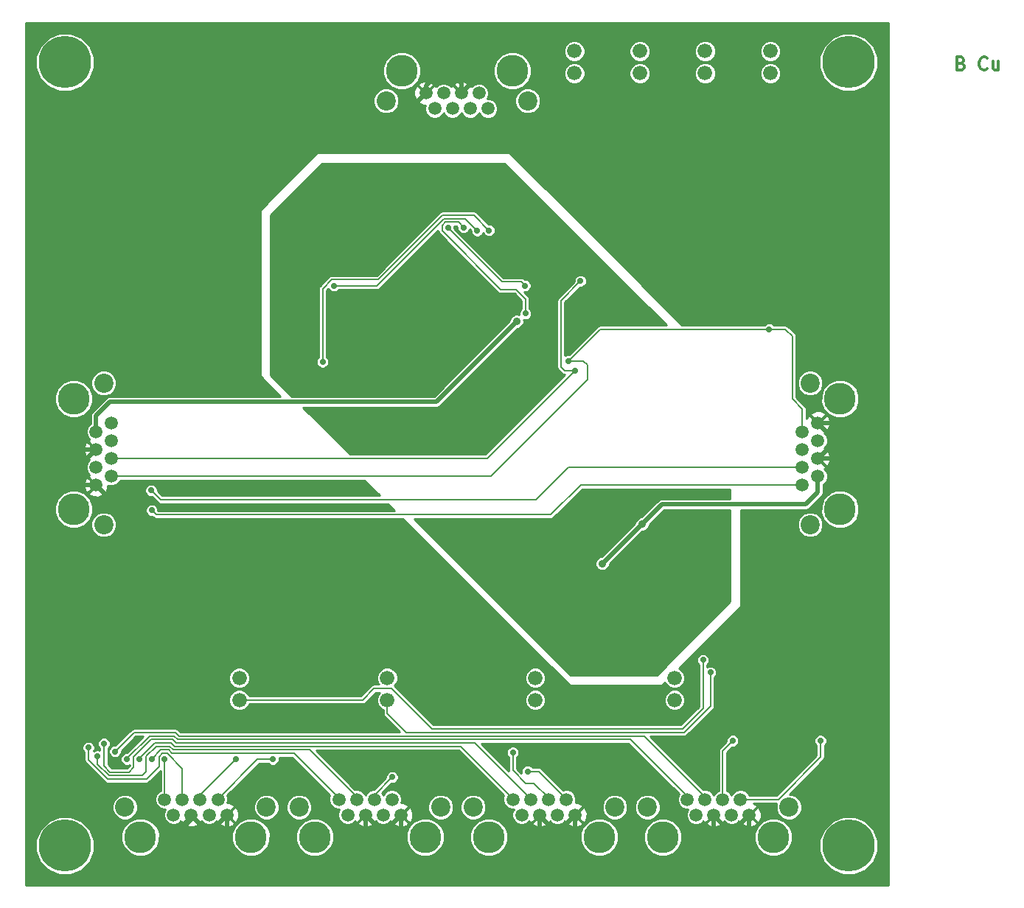
<source format=gbl>
G04 (created by PCBNEW (2013-07-07 BZR 4022)-stable) date 9/18/2013 11:59:41*
%MOIN*%
G04 Gerber Fmt 3.4, Leading zero omitted, Abs format*
%FSLAX34Y34*%
G01*
G70*
G90*
G04 APERTURE LIST*
%ADD10C,0.00590551*%
%ADD11C,0.011811*%
%ADD12C,0.066*%
%ADD13C,0.23622*%
%ADD14C,0.1437*%
%ADD15C,0.0591*%
%ADD16C,0.0866142*%
%ADD17C,0.0346457*%
%ADD18C,0.0275591*%
%ADD19C,0.019685*%
%ADD20C,0.00787402*%
%ADD21C,0.01*%
G04 APERTURE END LIST*
G54D10*
G54D11*
X49176Y-8315D02*
X49260Y-8343D01*
X49288Y-8371D01*
X49316Y-8428D01*
X49316Y-8512D01*
X49288Y-8568D01*
X49260Y-8596D01*
X49204Y-8624D01*
X48979Y-8624D01*
X48979Y-8034D01*
X49176Y-8034D01*
X49232Y-8062D01*
X49260Y-8090D01*
X49288Y-8146D01*
X49288Y-8203D01*
X49260Y-8259D01*
X49232Y-8287D01*
X49176Y-8315D01*
X48979Y-8315D01*
X50357Y-8568D02*
X50329Y-8596D01*
X50244Y-8624D01*
X50188Y-8624D01*
X50104Y-8596D01*
X50047Y-8540D01*
X50019Y-8484D01*
X49991Y-8371D01*
X49991Y-8287D01*
X50019Y-8174D01*
X50047Y-8118D01*
X50104Y-8062D01*
X50188Y-8034D01*
X50244Y-8034D01*
X50329Y-8062D01*
X50357Y-8090D01*
X50863Y-8231D02*
X50863Y-8624D01*
X50610Y-8231D02*
X50610Y-8540D01*
X50638Y-8596D01*
X50694Y-8624D01*
X50778Y-8624D01*
X50835Y-8596D01*
X50863Y-8568D01*
G54D12*
X31692Y-8767D03*
X31692Y-7767D03*
X16535Y-36114D03*
X16535Y-37114D03*
X23228Y-36114D03*
X23228Y-37114D03*
X29921Y-36114D03*
X29921Y-37114D03*
X36220Y-36114D03*
X36220Y-37114D03*
X40551Y-8767D03*
X40551Y-7767D03*
X37598Y-8767D03*
X37598Y-7767D03*
X34645Y-8767D03*
X34645Y-7767D03*
G54D13*
X8661Y-8267D03*
X8661Y-43700D03*
X44094Y-43700D03*
X44094Y-8267D03*
G54D14*
X43700Y-23484D03*
X43700Y-28484D03*
G54D15*
X42700Y-24578D03*
X42000Y-24980D03*
X42700Y-25381D03*
X42000Y-25783D03*
X42700Y-26185D03*
X42000Y-26586D03*
X42700Y-26988D03*
X42000Y-27389D03*
G54D16*
X42350Y-22783D03*
X42350Y-29185D03*
G54D14*
X40688Y-43307D03*
X35688Y-43307D03*
G54D15*
X39594Y-42307D03*
X39192Y-41606D03*
X38791Y-42307D03*
X38389Y-41606D03*
X37988Y-42307D03*
X37586Y-41606D03*
X37185Y-42307D03*
X36783Y-41606D03*
G54D16*
X41389Y-41956D03*
X34988Y-41956D03*
G54D14*
X32814Y-43307D03*
X27814Y-43307D03*
G54D15*
X31720Y-42307D03*
X31318Y-41606D03*
X30917Y-42307D03*
X30515Y-41606D03*
X30114Y-42307D03*
X29712Y-41606D03*
X29311Y-42307D03*
X28909Y-41606D03*
G54D16*
X33515Y-41956D03*
X27114Y-41956D03*
G54D14*
X24940Y-43307D03*
X19940Y-43307D03*
G54D15*
X23846Y-42307D03*
X23444Y-41606D03*
X23043Y-42307D03*
X22641Y-41606D03*
X22240Y-42307D03*
X21838Y-41606D03*
X21437Y-42307D03*
X21035Y-41606D03*
G54D16*
X25641Y-41956D03*
X19240Y-41956D03*
G54D14*
X23877Y-8661D03*
X28877Y-8661D03*
G54D15*
X24972Y-9661D03*
X25374Y-10362D03*
X25775Y-9661D03*
X26177Y-10362D03*
X26578Y-9661D03*
X26980Y-10362D03*
X27381Y-9661D03*
X27783Y-10362D03*
G54D16*
X23177Y-10011D03*
X29578Y-10011D03*
G54D14*
X17066Y-43307D03*
X12066Y-43307D03*
G54D15*
X15972Y-42307D03*
X15570Y-41606D03*
X15169Y-42307D03*
X14767Y-41606D03*
X14366Y-42307D03*
X13964Y-41606D03*
X13562Y-42307D03*
X13161Y-41606D03*
G54D16*
X17767Y-41956D03*
X11366Y-41956D03*
G54D14*
X9055Y-28484D03*
X9055Y-23484D03*
G54D15*
X10055Y-27389D03*
X10755Y-26988D03*
X10055Y-26586D03*
X10755Y-26185D03*
X10055Y-25783D03*
X10755Y-25381D03*
X10055Y-24980D03*
X10755Y-24578D03*
G54D16*
X10405Y-29185D03*
X10405Y-22783D03*
G54D17*
X14015Y-16023D03*
X14409Y-15629D03*
X14770Y-15285D03*
X32950Y-30940D03*
X29085Y-19985D03*
X34755Y-29155D03*
G54D18*
X37840Y-35860D03*
X12550Y-27630D03*
X12580Y-28530D03*
X29575Y-40340D03*
X27292Y-15892D03*
X20820Y-18380D03*
X26673Y-15738D03*
X29480Y-19630D03*
X25980Y-15760D03*
X29455Y-18370D03*
X27827Y-15872D03*
X20305Y-21825D03*
X18055Y-39785D03*
X11450Y-39785D03*
X10915Y-39440D03*
X28910Y-39480D03*
X10420Y-39085D03*
X10125Y-39650D03*
X9715Y-39265D03*
X13165Y-39785D03*
X12590Y-39785D03*
X12020Y-39785D03*
X16390Y-39785D03*
X42820Y-38955D03*
X38845Y-38950D03*
X23450Y-40600D03*
X37505Y-35300D03*
X31720Y-22205D03*
X31965Y-18160D03*
X31425Y-21775D03*
X40500Y-20345D03*
G54D17*
X19842Y-15728D03*
X19842Y-15078D03*
X19291Y-15078D03*
X24590Y-21190D03*
X30465Y-29640D03*
X32115Y-28685D03*
G54D19*
X9424Y-27389D02*
X9417Y-27389D01*
X10055Y-27389D02*
X9429Y-27389D01*
X9424Y-27389D02*
X9429Y-27389D01*
X9192Y-26645D02*
X10055Y-25783D01*
X9192Y-27165D02*
X9192Y-26645D01*
X9417Y-27389D02*
X9192Y-27165D01*
X29870Y-11180D02*
X29605Y-11180D01*
X35400Y-11180D02*
X29870Y-11180D01*
X45010Y-20790D02*
X35400Y-11180D01*
X45010Y-23675D02*
X45010Y-20790D01*
X44106Y-24578D02*
X45010Y-23675D01*
X42700Y-24578D02*
X44106Y-24578D01*
X27263Y-8976D02*
X26578Y-9661D01*
X27657Y-8976D02*
X27263Y-8976D01*
X28090Y-9409D02*
X27657Y-8976D01*
X28090Y-9665D02*
X28090Y-9409D01*
X29605Y-11180D02*
X28090Y-9665D01*
X14366Y-42307D02*
X14366Y-42318D01*
X15405Y-42874D02*
X15972Y-42307D01*
X14921Y-42874D02*
X15405Y-42874D01*
X14366Y-42318D02*
X14921Y-42874D01*
X22240Y-42307D02*
X22248Y-42307D01*
X23279Y-42874D02*
X23846Y-42307D01*
X22814Y-42874D02*
X23279Y-42874D01*
X22248Y-42307D02*
X22814Y-42874D01*
X30114Y-42307D02*
X30114Y-42338D01*
X31153Y-42874D02*
X31720Y-42307D01*
X30649Y-42874D02*
X31153Y-42874D01*
X30114Y-42338D02*
X30649Y-42874D01*
X37988Y-42307D02*
X37988Y-42338D01*
X39007Y-42893D02*
X39594Y-42307D01*
X38543Y-42893D02*
X39007Y-42893D01*
X37988Y-42338D02*
X38543Y-42893D01*
X42700Y-26185D02*
X42712Y-26185D01*
X43326Y-25204D02*
X42700Y-24578D01*
X43326Y-25570D02*
X43326Y-25204D01*
X42712Y-26185D02*
X43326Y-25570D01*
X42700Y-24578D02*
X43098Y-24578D01*
X14366Y-42307D02*
X14366Y-42523D01*
X11417Y-28751D02*
X10055Y-27389D01*
X11417Y-30118D02*
X11417Y-28751D01*
X7874Y-33661D02*
X11417Y-30118D01*
X7874Y-39763D02*
X7874Y-33661D01*
X10433Y-42322D02*
X7874Y-39763D01*
X10433Y-43307D02*
X10433Y-42322D01*
X11614Y-44488D02*
X10433Y-43307D01*
X12401Y-44488D02*
X11614Y-44488D01*
X14366Y-42523D02*
X12401Y-44488D01*
X14770Y-15285D02*
X14770Y-11910D01*
X14770Y-11910D02*
X15305Y-11375D01*
X15305Y-11375D02*
X23258Y-11375D01*
X23258Y-11375D02*
X24972Y-9661D01*
X10055Y-25783D02*
X8998Y-25783D01*
X14175Y-15285D02*
X14770Y-15285D01*
X7700Y-21760D02*
X14175Y-15285D01*
X7700Y-24485D02*
X7700Y-21760D01*
X8998Y-25783D02*
X7700Y-24485D01*
X39594Y-42307D02*
X39594Y-43989D01*
X43455Y-26185D02*
X42700Y-26185D01*
X45055Y-27785D02*
X43455Y-26185D01*
X45055Y-38700D02*
X45055Y-27785D01*
X42270Y-41485D02*
X45055Y-38700D01*
X42270Y-43500D02*
X42270Y-41485D01*
X41355Y-44415D02*
X42270Y-43500D01*
X40020Y-44415D02*
X41355Y-44415D01*
X39594Y-43989D02*
X40020Y-44415D01*
X31720Y-42307D02*
X31720Y-43825D01*
X31720Y-43825D02*
X32265Y-44370D01*
X32265Y-44370D02*
X36810Y-44370D01*
X36810Y-44370D02*
X37988Y-43191D01*
X37988Y-43191D02*
X37988Y-42307D01*
X23846Y-42307D02*
X23846Y-43736D01*
X23846Y-43736D02*
X24495Y-44385D01*
X24495Y-44385D02*
X28920Y-44385D01*
X28920Y-44385D02*
X30114Y-43190D01*
X30114Y-43190D02*
X30114Y-42307D01*
X15972Y-42307D02*
X15972Y-43962D01*
X15972Y-43962D02*
X16530Y-44520D01*
X16530Y-44520D02*
X21075Y-44520D01*
X21075Y-44520D02*
X22240Y-43354D01*
X22240Y-43354D02*
X22240Y-42307D01*
X15972Y-42627D02*
X15972Y-42307D01*
X22240Y-42307D02*
X22240Y-42590D01*
X23846Y-42773D02*
X23846Y-42307D01*
X30114Y-42307D02*
X30114Y-42644D01*
X31720Y-42679D02*
X31720Y-42307D01*
X37988Y-42307D02*
X37988Y-42598D01*
X39594Y-42645D02*
X39594Y-42307D01*
X10055Y-25783D02*
X9701Y-25783D01*
X24972Y-9661D02*
X24972Y-9312D01*
X24972Y-9312D02*
X25520Y-8765D01*
X25520Y-8765D02*
X26140Y-8765D01*
X26140Y-8765D02*
X26578Y-9203D01*
X26578Y-9203D02*
X26578Y-9661D01*
X43104Y-26185D02*
X42700Y-26185D01*
X34755Y-29155D02*
X34735Y-29155D01*
X34735Y-29155D02*
X32950Y-30940D01*
X10055Y-24980D02*
X10055Y-24264D01*
X25440Y-23630D02*
X29085Y-19985D01*
X10690Y-23630D02*
X25440Y-23630D01*
X10055Y-24264D02*
X10690Y-23630D01*
X42700Y-26988D02*
X42700Y-27719D01*
X42160Y-28260D02*
X42700Y-27719D01*
X35650Y-28260D02*
X42160Y-28260D01*
X35650Y-28260D02*
X34755Y-29155D01*
G54D20*
X23228Y-37114D02*
X23228Y-37718D01*
X37840Y-37375D02*
X37840Y-35860D01*
X36634Y-38580D02*
X37840Y-37375D01*
X24090Y-38580D02*
X36634Y-38580D01*
X23228Y-37718D02*
X24090Y-38580D01*
X42000Y-26586D02*
X31403Y-26586D01*
X12970Y-28050D02*
X12550Y-27630D01*
X29940Y-28050D02*
X12970Y-28050D01*
X31403Y-26586D02*
X29940Y-28050D01*
X42000Y-27389D02*
X31970Y-27389D01*
X12785Y-28735D02*
X12580Y-28530D01*
X30625Y-28735D02*
X12785Y-28735D01*
X31970Y-27389D02*
X30625Y-28735D01*
X31318Y-41606D02*
X31318Y-41571D01*
X30087Y-40340D02*
X29575Y-40340D01*
X31318Y-41571D02*
X30087Y-40340D01*
X22757Y-18380D02*
X20820Y-18380D01*
X25794Y-15342D02*
X22757Y-18380D01*
X26742Y-15342D02*
X25794Y-15342D01*
X26742Y-15342D02*
X27292Y-15892D01*
X29480Y-18970D02*
X29480Y-19630D01*
X29050Y-18540D02*
X29480Y-18970D01*
X28360Y-18540D02*
X29050Y-18540D01*
X25715Y-15895D02*
X28360Y-18540D01*
X25715Y-15645D02*
X25715Y-15895D01*
X25860Y-15500D02*
X25715Y-15645D01*
X26435Y-15500D02*
X25860Y-15500D01*
X26435Y-15500D02*
X26673Y-15738D01*
X29280Y-18195D02*
X29455Y-18370D01*
X28415Y-18195D02*
X29280Y-18195D01*
X28415Y-18195D02*
X25980Y-15760D01*
X20305Y-18505D02*
X20305Y-21825D01*
X20710Y-18100D02*
X20305Y-18505D01*
X22814Y-18100D02*
X20710Y-18100D01*
X25729Y-15185D02*
X22814Y-18100D01*
X27140Y-15185D02*
X25729Y-15185D01*
X27140Y-15185D02*
X27827Y-15872D01*
X15570Y-41606D02*
X15570Y-41579D01*
X17365Y-39785D02*
X18055Y-39785D01*
X15570Y-41579D02*
X17365Y-39785D01*
X36783Y-41606D02*
X36783Y-41468D01*
X11450Y-39762D02*
X11450Y-39785D01*
X12474Y-38737D02*
X11450Y-39762D01*
X13596Y-38737D02*
X12474Y-38737D01*
X13753Y-38895D02*
X13596Y-38737D01*
X34210Y-38895D02*
X13753Y-38895D01*
X36783Y-41468D02*
X34210Y-38895D01*
X36783Y-41606D02*
X36701Y-41606D01*
X37586Y-41606D02*
X37586Y-41486D01*
X11774Y-38580D02*
X10915Y-39440D01*
X13661Y-38580D02*
X11774Y-38580D01*
X13818Y-38737D02*
X13661Y-38580D01*
X34837Y-38737D02*
X13818Y-38737D01*
X37586Y-41486D02*
X34837Y-38737D01*
X30515Y-41606D02*
X30515Y-41525D01*
X28910Y-40300D02*
X28910Y-39480D01*
X29480Y-40870D02*
X28910Y-40300D01*
X29860Y-40870D02*
X29480Y-40870D01*
X30515Y-41525D02*
X29860Y-40870D01*
X29712Y-41606D02*
X29712Y-41582D01*
X10420Y-40089D02*
X10420Y-39085D01*
X10700Y-40370D02*
X10420Y-40089D01*
X11540Y-40370D02*
X10700Y-40370D01*
X11760Y-40150D02*
X11540Y-40370D01*
X11760Y-39675D02*
X11760Y-40150D01*
X12539Y-38895D02*
X11760Y-39675D01*
X13530Y-38895D02*
X12539Y-38895D01*
X13688Y-39052D02*
X13530Y-38895D01*
X27182Y-39052D02*
X13688Y-39052D01*
X29712Y-41582D02*
X27182Y-39052D01*
X21838Y-41606D02*
X21838Y-41498D01*
X12330Y-39665D02*
X12330Y-40342D01*
X12330Y-40342D02*
X12145Y-40527D01*
X12145Y-40527D02*
X10635Y-40527D01*
X10635Y-40527D02*
X10125Y-40017D01*
X10125Y-40017D02*
X10125Y-39650D01*
X12784Y-39210D02*
X12330Y-39665D01*
X13400Y-39210D02*
X12784Y-39210D01*
X13557Y-39367D02*
X13400Y-39210D01*
X19707Y-39367D02*
X13557Y-39367D01*
X21838Y-41498D02*
X19707Y-39367D01*
X21838Y-41606D02*
X21838Y-41578D01*
X13964Y-41606D02*
X13964Y-40219D01*
X9715Y-39830D02*
X9715Y-39265D01*
X10570Y-40685D02*
X9715Y-39830D01*
X12335Y-40685D02*
X10570Y-40685D01*
X12905Y-40115D02*
X12335Y-40685D01*
X12905Y-39680D02*
X12905Y-40115D01*
X13060Y-39525D02*
X12905Y-39680D01*
X13270Y-39525D02*
X13060Y-39525D01*
X13964Y-40219D02*
X13270Y-39525D01*
X13161Y-41606D02*
X13161Y-39788D01*
X13161Y-39788D02*
X13165Y-39785D01*
X19005Y-39525D02*
X13492Y-39525D01*
X21035Y-41555D02*
X19005Y-39525D01*
X21035Y-41606D02*
X21035Y-41555D01*
X12590Y-39772D02*
X12590Y-39785D01*
X12994Y-39367D02*
X12590Y-39772D01*
X13335Y-39367D02*
X12994Y-39367D01*
X13492Y-39525D02*
X13335Y-39367D01*
X28909Y-41606D02*
X28909Y-41579D01*
X12020Y-39752D02*
X12020Y-39785D01*
X12719Y-39052D02*
X12020Y-39752D01*
X13465Y-39052D02*
X12719Y-39052D01*
X13623Y-39210D02*
X13465Y-39052D01*
X26540Y-39210D02*
X13623Y-39210D01*
X28909Y-41579D02*
X26540Y-39210D01*
X28909Y-41606D02*
X28909Y-41424D01*
X14767Y-41606D02*
X14767Y-41407D01*
X14767Y-41407D02*
X16390Y-39785D01*
X39192Y-41606D02*
X40908Y-41606D01*
X42820Y-39695D02*
X42820Y-38955D01*
X40908Y-41606D02*
X42820Y-39695D01*
X38389Y-41606D02*
X38389Y-39405D01*
X38389Y-39405D02*
X38845Y-38950D01*
X22641Y-41408D02*
X23450Y-40600D01*
X22641Y-41408D02*
X22641Y-41606D01*
X16535Y-37114D02*
X22105Y-37114D01*
X37505Y-37487D02*
X37505Y-35300D01*
X36569Y-38422D02*
X37505Y-37487D01*
X25237Y-38422D02*
X36569Y-38422D01*
X23405Y-36590D02*
X25237Y-38422D01*
X22630Y-36590D02*
X23405Y-36590D01*
X22105Y-37114D02*
X22630Y-36590D01*
X10755Y-26185D02*
X27739Y-26185D01*
X27739Y-26185D02*
X31720Y-22205D01*
X31245Y-22205D02*
X31720Y-22205D01*
X31080Y-22040D02*
X31245Y-22205D01*
X31080Y-19045D02*
X31080Y-22040D01*
X31965Y-18160D02*
X31080Y-19045D01*
X10755Y-26988D02*
X27921Y-26988D01*
X32085Y-21775D02*
X31425Y-21775D01*
X32275Y-21965D02*
X32085Y-21775D01*
X32275Y-22635D02*
X32275Y-21965D01*
X27921Y-26988D02*
X32275Y-22635D01*
X40500Y-20345D02*
X32855Y-20345D01*
X32855Y-20345D02*
X31425Y-21775D01*
X42000Y-24980D02*
X42000Y-23955D01*
X41220Y-20345D02*
X40500Y-20345D01*
X41540Y-20665D02*
X41220Y-20345D01*
X41540Y-23495D02*
X41540Y-20665D01*
X42000Y-23955D02*
X41540Y-23495D01*
G54D19*
X19535Y-16085D02*
X19535Y-15322D01*
X19535Y-15322D02*
X19291Y-15078D01*
X23075Y-22705D02*
X24590Y-21190D01*
X19935Y-22705D02*
X23075Y-22705D01*
X19535Y-22305D02*
X19935Y-22705D01*
X19535Y-16085D02*
X19535Y-22305D01*
X30465Y-29640D02*
X31420Y-28685D01*
X31420Y-28685D02*
X32115Y-28685D01*
G54D10*
G36*
X35834Y-20157D02*
X32855Y-20157D01*
X32783Y-20171D01*
X32722Y-20212D01*
X31445Y-21488D01*
X31368Y-21488D01*
X31267Y-21530D01*
X31267Y-19122D01*
X31944Y-18446D01*
X32021Y-18446D01*
X32126Y-18402D01*
X32207Y-18322D01*
X32251Y-18217D01*
X32251Y-18103D01*
X32207Y-17998D01*
X32127Y-17917D01*
X32022Y-17873D01*
X31908Y-17873D01*
X31803Y-17917D01*
X31722Y-17997D01*
X31678Y-18102D01*
X31678Y-18180D01*
X30947Y-18912D01*
X30906Y-18973D01*
X30892Y-19045D01*
X30892Y-22040D01*
X30906Y-22111D01*
X30947Y-22172D01*
X31112Y-22337D01*
X31112Y-22337D01*
X31173Y-22378D01*
X31173Y-22378D01*
X31244Y-22392D01*
X31245Y-22392D01*
X31266Y-22392D01*
X27662Y-25997D01*
X21540Y-25997D01*
X19420Y-23876D01*
X25440Y-23876D01*
X25534Y-23858D01*
X25534Y-23858D01*
X25614Y-23804D01*
X29112Y-20306D01*
X29148Y-20306D01*
X29266Y-20257D01*
X29357Y-20167D01*
X29406Y-20049D01*
X29406Y-19921D01*
X29400Y-19907D01*
X29422Y-19916D01*
X29536Y-19916D01*
X29641Y-19872D01*
X29722Y-19792D01*
X29766Y-19687D01*
X29766Y-19573D01*
X29722Y-19468D01*
X29667Y-19412D01*
X29667Y-18970D01*
X29653Y-18898D01*
X29612Y-18837D01*
X29431Y-18656D01*
X29511Y-18656D01*
X29616Y-18612D01*
X29697Y-18532D01*
X29741Y-18427D01*
X29741Y-18313D01*
X29697Y-18208D01*
X29617Y-18127D01*
X29512Y-18083D01*
X29434Y-18083D01*
X29412Y-18062D01*
X29351Y-18021D01*
X29280Y-18007D01*
X28492Y-18007D01*
X26266Y-15780D01*
X26266Y-15703D01*
X26259Y-15687D01*
X26357Y-15687D01*
X26387Y-15718D01*
X26387Y-15795D01*
X26430Y-15900D01*
X26511Y-15981D01*
X26616Y-16024D01*
X26730Y-16024D01*
X26835Y-15981D01*
X26916Y-15900D01*
X26951Y-15816D01*
X27006Y-15871D01*
X27006Y-15949D01*
X27049Y-16054D01*
X27130Y-16135D01*
X27235Y-16178D01*
X27349Y-16178D01*
X27454Y-16135D01*
X27535Y-16054D01*
X27564Y-15984D01*
X27584Y-16034D01*
X27665Y-16115D01*
X27770Y-16158D01*
X27884Y-16158D01*
X27989Y-16115D01*
X28070Y-16034D01*
X28113Y-15929D01*
X28113Y-15815D01*
X28070Y-15710D01*
X27989Y-15629D01*
X27884Y-15586D01*
X27806Y-15586D01*
X27272Y-15052D01*
X27211Y-15011D01*
X27140Y-14997D01*
X25729Y-14997D01*
X25657Y-15011D01*
X25596Y-15052D01*
X25596Y-15052D01*
X25596Y-15052D01*
X22736Y-17912D01*
X20710Y-17912D01*
X20638Y-17926D01*
X20577Y-17967D01*
X20172Y-18372D01*
X20131Y-18433D01*
X20117Y-18505D01*
X20117Y-21608D01*
X20062Y-21662D01*
X20018Y-21767D01*
X20018Y-21881D01*
X20062Y-21986D01*
X20142Y-22067D01*
X20247Y-22111D01*
X20361Y-22111D01*
X20466Y-22067D01*
X20547Y-21987D01*
X20591Y-21882D01*
X20591Y-21768D01*
X20547Y-21663D01*
X20492Y-21607D01*
X20492Y-18582D01*
X20564Y-18511D01*
X20577Y-18541D01*
X20657Y-18622D01*
X20762Y-18666D01*
X20876Y-18666D01*
X20981Y-18622D01*
X21037Y-18567D01*
X22757Y-18567D01*
X22829Y-18553D01*
X22890Y-18512D01*
X25527Y-15875D01*
X25527Y-15895D01*
X25541Y-15966D01*
X25582Y-16027D01*
X28227Y-18672D01*
X28227Y-18672D01*
X28288Y-18713D01*
X28288Y-18713D01*
X28359Y-18727D01*
X28360Y-18727D01*
X28972Y-18727D01*
X29292Y-19047D01*
X29292Y-19413D01*
X29237Y-19467D01*
X29193Y-19572D01*
X29193Y-19681D01*
X29149Y-19663D01*
X29021Y-19663D01*
X28903Y-19712D01*
X28812Y-19802D01*
X28763Y-19920D01*
X28763Y-19957D01*
X25337Y-23383D01*
X18926Y-23383D01*
X17963Y-22420D01*
X17963Y-15178D01*
X20296Y-12845D01*
X28522Y-12845D01*
X35834Y-20157D01*
X35834Y-20157D01*
G37*
G54D21*
X35834Y-20157D02*
X32855Y-20157D01*
X32783Y-20171D01*
X32722Y-20212D01*
X31445Y-21488D01*
X31368Y-21488D01*
X31267Y-21530D01*
X31267Y-19122D01*
X31944Y-18446D01*
X32021Y-18446D01*
X32126Y-18402D01*
X32207Y-18322D01*
X32251Y-18217D01*
X32251Y-18103D01*
X32207Y-17998D01*
X32127Y-17917D01*
X32022Y-17873D01*
X31908Y-17873D01*
X31803Y-17917D01*
X31722Y-17997D01*
X31678Y-18102D01*
X31678Y-18180D01*
X30947Y-18912D01*
X30906Y-18973D01*
X30892Y-19045D01*
X30892Y-22040D01*
X30906Y-22111D01*
X30947Y-22172D01*
X31112Y-22337D01*
X31112Y-22337D01*
X31173Y-22378D01*
X31173Y-22378D01*
X31244Y-22392D01*
X31245Y-22392D01*
X31266Y-22392D01*
X27662Y-25997D01*
X21540Y-25997D01*
X19420Y-23876D01*
X25440Y-23876D01*
X25534Y-23858D01*
X25534Y-23858D01*
X25614Y-23804D01*
X29112Y-20306D01*
X29148Y-20306D01*
X29266Y-20257D01*
X29357Y-20167D01*
X29406Y-20049D01*
X29406Y-19921D01*
X29400Y-19907D01*
X29422Y-19916D01*
X29536Y-19916D01*
X29641Y-19872D01*
X29722Y-19792D01*
X29766Y-19687D01*
X29766Y-19573D01*
X29722Y-19468D01*
X29667Y-19412D01*
X29667Y-18970D01*
X29653Y-18898D01*
X29612Y-18837D01*
X29431Y-18656D01*
X29511Y-18656D01*
X29616Y-18612D01*
X29697Y-18532D01*
X29741Y-18427D01*
X29741Y-18313D01*
X29697Y-18208D01*
X29617Y-18127D01*
X29512Y-18083D01*
X29434Y-18083D01*
X29412Y-18062D01*
X29351Y-18021D01*
X29280Y-18007D01*
X28492Y-18007D01*
X26266Y-15780D01*
X26266Y-15703D01*
X26259Y-15687D01*
X26357Y-15687D01*
X26387Y-15718D01*
X26387Y-15795D01*
X26430Y-15900D01*
X26511Y-15981D01*
X26616Y-16024D01*
X26730Y-16024D01*
X26835Y-15981D01*
X26916Y-15900D01*
X26951Y-15816D01*
X27006Y-15871D01*
X27006Y-15949D01*
X27049Y-16054D01*
X27130Y-16135D01*
X27235Y-16178D01*
X27349Y-16178D01*
X27454Y-16135D01*
X27535Y-16054D01*
X27564Y-15984D01*
X27584Y-16034D01*
X27665Y-16115D01*
X27770Y-16158D01*
X27884Y-16158D01*
X27989Y-16115D01*
X28070Y-16034D01*
X28113Y-15929D01*
X28113Y-15815D01*
X28070Y-15710D01*
X27989Y-15629D01*
X27884Y-15586D01*
X27806Y-15586D01*
X27272Y-15052D01*
X27211Y-15011D01*
X27140Y-14997D01*
X25729Y-14997D01*
X25657Y-15011D01*
X25596Y-15052D01*
X25596Y-15052D01*
X25596Y-15052D01*
X22736Y-17912D01*
X20710Y-17912D01*
X20638Y-17926D01*
X20577Y-17967D01*
X20172Y-18372D01*
X20131Y-18433D01*
X20117Y-18505D01*
X20117Y-21608D01*
X20062Y-21662D01*
X20018Y-21767D01*
X20018Y-21881D01*
X20062Y-21986D01*
X20142Y-22067D01*
X20247Y-22111D01*
X20361Y-22111D01*
X20466Y-22067D01*
X20547Y-21987D01*
X20591Y-21882D01*
X20591Y-21768D01*
X20547Y-21663D01*
X20492Y-21607D01*
X20492Y-18582D01*
X20564Y-18511D01*
X20577Y-18541D01*
X20657Y-18622D01*
X20762Y-18666D01*
X20876Y-18666D01*
X20981Y-18622D01*
X21037Y-18567D01*
X22757Y-18567D01*
X22829Y-18553D01*
X22890Y-18512D01*
X25527Y-15875D01*
X25527Y-15895D01*
X25541Y-15966D01*
X25582Y-16027D01*
X28227Y-18672D01*
X28227Y-18672D01*
X28288Y-18713D01*
X28288Y-18713D01*
X28359Y-18727D01*
X28360Y-18727D01*
X28972Y-18727D01*
X29292Y-19047D01*
X29292Y-19413D01*
X29237Y-19467D01*
X29193Y-19572D01*
X29193Y-19681D01*
X29149Y-19663D01*
X29021Y-19663D01*
X28903Y-19712D01*
X28812Y-19802D01*
X28763Y-19920D01*
X28763Y-19957D01*
X25337Y-23383D01*
X18926Y-23383D01*
X17963Y-22420D01*
X17963Y-15178D01*
X20296Y-12845D01*
X28522Y-12845D01*
X35834Y-20157D01*
G54D10*
G36*
X38729Y-32656D02*
X35412Y-35973D01*
X31516Y-35973D01*
X24465Y-28922D01*
X30625Y-28922D01*
X30696Y-28908D01*
X30757Y-28867D01*
X32048Y-27577D01*
X38729Y-27577D01*
X38729Y-28013D01*
X35650Y-28013D01*
X35555Y-28031D01*
X35475Y-28085D01*
X35475Y-28085D01*
X34727Y-28833D01*
X34691Y-28833D01*
X34573Y-28882D01*
X34482Y-28972D01*
X34433Y-29090D01*
X34433Y-29107D01*
X32922Y-30618D01*
X32886Y-30618D01*
X32768Y-30667D01*
X32677Y-30757D01*
X32628Y-30875D01*
X32628Y-31003D01*
X32677Y-31121D01*
X32767Y-31212D01*
X32885Y-31261D01*
X33013Y-31261D01*
X33131Y-31212D01*
X33222Y-31122D01*
X33271Y-31004D01*
X33271Y-30967D01*
X34762Y-29476D01*
X34818Y-29476D01*
X34936Y-29427D01*
X35027Y-29337D01*
X35076Y-29219D01*
X35076Y-29182D01*
X35752Y-28506D01*
X38729Y-28506D01*
X38729Y-32656D01*
X38729Y-32656D01*
G37*
G54D21*
X38729Y-32656D02*
X35412Y-35973D01*
X31516Y-35973D01*
X24465Y-28922D01*
X30625Y-28922D01*
X30696Y-28908D01*
X30757Y-28867D01*
X32048Y-27577D01*
X38729Y-27577D01*
X38729Y-28013D01*
X35650Y-28013D01*
X35555Y-28031D01*
X35475Y-28085D01*
X35475Y-28085D01*
X34727Y-28833D01*
X34691Y-28833D01*
X34573Y-28882D01*
X34482Y-28972D01*
X34433Y-29090D01*
X34433Y-29107D01*
X32922Y-30618D01*
X32886Y-30618D01*
X32768Y-30667D01*
X32677Y-30757D01*
X32628Y-30875D01*
X32628Y-31003D01*
X32677Y-31121D01*
X32767Y-31212D01*
X32885Y-31261D01*
X33013Y-31261D01*
X33131Y-31212D01*
X33222Y-31122D01*
X33271Y-31004D01*
X33271Y-30967D01*
X34762Y-29476D01*
X34818Y-29476D01*
X34936Y-29427D01*
X35027Y-29337D01*
X35076Y-29219D01*
X35076Y-29182D01*
X35752Y-28506D01*
X38729Y-28506D01*
X38729Y-32656D01*
G54D10*
G36*
X45885Y-45491D02*
X45424Y-45491D01*
X45424Y-43437D01*
X45424Y-8004D01*
X45222Y-7515D01*
X44848Y-7141D01*
X44360Y-6938D01*
X43831Y-6937D01*
X43342Y-7139D01*
X42968Y-7513D01*
X42765Y-8002D01*
X42764Y-8531D01*
X42966Y-9019D01*
X43340Y-9394D01*
X43828Y-9597D01*
X44357Y-9597D01*
X44846Y-9395D01*
X45220Y-9021D01*
X45423Y-8533D01*
X45424Y-8004D01*
X45424Y-43437D01*
X45222Y-42948D01*
X44848Y-42574D01*
X44567Y-42457D01*
X44567Y-28312D01*
X44567Y-23312D01*
X44436Y-22993D01*
X44192Y-22749D01*
X43873Y-22617D01*
X43529Y-22617D01*
X43210Y-22748D01*
X42966Y-22992D01*
X42931Y-23075D01*
X42931Y-22668D01*
X42843Y-22454D01*
X42680Y-22290D01*
X42466Y-22202D01*
X42235Y-22201D01*
X42021Y-22290D01*
X41857Y-22453D01*
X41768Y-22667D01*
X41768Y-22898D01*
X41857Y-23112D01*
X42020Y-23276D01*
X42234Y-23364D01*
X42465Y-23365D01*
X42679Y-23276D01*
X42843Y-23113D01*
X42931Y-22899D01*
X42931Y-22668D01*
X42931Y-23075D01*
X42834Y-23311D01*
X42833Y-23655D01*
X42965Y-23974D01*
X43209Y-24218D01*
X43527Y-24351D01*
X43872Y-24351D01*
X44191Y-24219D01*
X44435Y-23975D01*
X44567Y-23657D01*
X44567Y-23312D01*
X44567Y-28312D01*
X44436Y-27993D01*
X44192Y-27749D01*
X43873Y-27617D01*
X43529Y-27617D01*
X43248Y-27733D01*
X43248Y-26089D01*
X43248Y-24482D01*
X43170Y-24280D01*
X43156Y-24259D01*
X43056Y-24236D01*
X43043Y-24248D01*
X43043Y-24223D01*
X43020Y-24123D01*
X42821Y-24035D01*
X42604Y-24030D01*
X42402Y-24109D01*
X42381Y-24123D01*
X42358Y-24223D01*
X42700Y-24565D01*
X43043Y-24223D01*
X43043Y-24248D01*
X42713Y-24578D01*
X43056Y-24921D01*
X43156Y-24898D01*
X43243Y-24699D01*
X43248Y-24482D01*
X43248Y-26089D01*
X43170Y-25886D01*
X43156Y-25865D01*
X43056Y-25842D01*
X42713Y-26185D01*
X43056Y-26527D01*
X43156Y-26504D01*
X43243Y-26306D01*
X43248Y-26089D01*
X43248Y-27733D01*
X43210Y-27748D01*
X43144Y-27814D01*
X43144Y-26900D01*
X43077Y-26737D01*
X42996Y-26655D01*
X42999Y-26654D01*
X43020Y-26640D01*
X43043Y-26540D01*
X42700Y-26197D01*
X42695Y-26203D01*
X42682Y-26190D01*
X42687Y-26185D01*
X42682Y-26179D01*
X42695Y-26166D01*
X42700Y-26172D01*
X43043Y-25829D01*
X43020Y-25729D01*
X42992Y-25717D01*
X43076Y-25633D01*
X43144Y-25470D01*
X43144Y-25293D01*
X43077Y-25130D01*
X42996Y-25049D01*
X42999Y-25048D01*
X43020Y-25033D01*
X43043Y-24934D01*
X42700Y-24591D01*
X42695Y-24597D01*
X42682Y-24584D01*
X42687Y-24578D01*
X42345Y-24236D01*
X42245Y-24259D01*
X42187Y-24390D01*
X42187Y-23955D01*
X42173Y-23883D01*
X42132Y-23822D01*
X41727Y-23417D01*
X41727Y-20665D01*
X41727Y-20664D01*
X41727Y-20664D01*
X41724Y-20650D01*
X41713Y-20593D01*
X41713Y-20593D01*
X41672Y-20532D01*
X41672Y-20532D01*
X41352Y-20212D01*
X41291Y-20171D01*
X41220Y-20157D01*
X41029Y-20157D01*
X41029Y-8672D01*
X41029Y-7672D01*
X40957Y-7497D01*
X40822Y-7362D01*
X40646Y-7289D01*
X40456Y-7289D01*
X40280Y-7361D01*
X40145Y-7496D01*
X40072Y-7672D01*
X40072Y-7862D01*
X40145Y-8038D01*
X40279Y-8173D01*
X40455Y-8246D01*
X40645Y-8246D01*
X40821Y-8173D01*
X40956Y-8039D01*
X41029Y-7863D01*
X41029Y-7672D01*
X41029Y-8672D01*
X40957Y-8497D01*
X40822Y-8362D01*
X40646Y-8289D01*
X40456Y-8289D01*
X40280Y-8361D01*
X40145Y-8496D01*
X40072Y-8672D01*
X40072Y-8862D01*
X40145Y-9038D01*
X40279Y-9173D01*
X40455Y-9246D01*
X40645Y-9246D01*
X40821Y-9173D01*
X40956Y-9039D01*
X41029Y-8863D01*
X41029Y-8672D01*
X41029Y-20157D01*
X40716Y-20157D01*
X40662Y-20102D01*
X40557Y-20058D01*
X40443Y-20058D01*
X40338Y-20102D01*
X40282Y-20157D01*
X38076Y-20157D01*
X38076Y-8672D01*
X38076Y-7672D01*
X38004Y-7497D01*
X37869Y-7362D01*
X37694Y-7289D01*
X37503Y-7289D01*
X37327Y-7361D01*
X37193Y-7496D01*
X37120Y-7672D01*
X37119Y-7862D01*
X37192Y-8038D01*
X37327Y-8173D01*
X37502Y-8246D01*
X37693Y-8246D01*
X37869Y-8173D01*
X38003Y-8039D01*
X38076Y-7863D01*
X38076Y-7672D01*
X38076Y-8672D01*
X38004Y-8497D01*
X37869Y-8362D01*
X37694Y-8289D01*
X37503Y-8289D01*
X37327Y-8361D01*
X37193Y-8496D01*
X37120Y-8672D01*
X37119Y-8862D01*
X37192Y-9038D01*
X37327Y-9173D01*
X37502Y-9246D01*
X37693Y-9246D01*
X37869Y-9173D01*
X38003Y-9039D01*
X38076Y-8863D01*
X38076Y-8672D01*
X38076Y-20157D01*
X36566Y-20157D01*
X35124Y-18714D01*
X35124Y-8672D01*
X35124Y-7672D01*
X35051Y-7497D01*
X34917Y-7362D01*
X34741Y-7289D01*
X34550Y-7289D01*
X34375Y-7361D01*
X34240Y-7496D01*
X34167Y-7672D01*
X34167Y-7862D01*
X34239Y-8038D01*
X34374Y-8173D01*
X34550Y-8246D01*
X34740Y-8246D01*
X34916Y-8173D01*
X35051Y-8039D01*
X35124Y-7863D01*
X35124Y-7672D01*
X35124Y-8672D01*
X35051Y-8497D01*
X34917Y-8362D01*
X34741Y-8289D01*
X34550Y-8289D01*
X34375Y-8361D01*
X34240Y-8496D01*
X34167Y-8672D01*
X34167Y-8862D01*
X34239Y-9038D01*
X34374Y-9173D01*
X34550Y-9246D01*
X34740Y-9246D01*
X34916Y-9173D01*
X35051Y-9039D01*
X35124Y-8863D01*
X35124Y-8672D01*
X35124Y-18714D01*
X32171Y-15762D01*
X32171Y-8672D01*
X32171Y-7672D01*
X32098Y-7497D01*
X31964Y-7362D01*
X31788Y-7289D01*
X31598Y-7289D01*
X31422Y-7361D01*
X31287Y-7496D01*
X31214Y-7672D01*
X31214Y-7862D01*
X31287Y-8038D01*
X31421Y-8173D01*
X31597Y-8246D01*
X31787Y-8246D01*
X31963Y-8173D01*
X32098Y-8039D01*
X32171Y-7863D01*
X32171Y-7672D01*
X32171Y-8672D01*
X32098Y-8497D01*
X31964Y-8362D01*
X31788Y-8289D01*
X31598Y-8289D01*
X31422Y-8361D01*
X31287Y-8496D01*
X31214Y-8672D01*
X31214Y-8862D01*
X31287Y-9038D01*
X31421Y-9173D01*
X31597Y-9246D01*
X31787Y-9246D01*
X31963Y-9173D01*
X32098Y-9039D01*
X32171Y-8863D01*
X32171Y-8672D01*
X32171Y-15762D01*
X30160Y-13751D01*
X30160Y-9896D01*
X30071Y-9682D01*
X29908Y-9519D01*
X29745Y-9451D01*
X29745Y-8489D01*
X29613Y-8170D01*
X29369Y-7926D01*
X29051Y-7794D01*
X28706Y-7794D01*
X28387Y-7926D01*
X28143Y-8169D01*
X28011Y-8488D01*
X28010Y-8833D01*
X28142Y-9151D01*
X28386Y-9395D01*
X28704Y-9528D01*
X29049Y-9528D01*
X29368Y-9396D01*
X29612Y-9153D01*
X29744Y-8834D01*
X29745Y-8489D01*
X29745Y-9451D01*
X29694Y-9430D01*
X29463Y-9430D01*
X29249Y-9518D01*
X29086Y-9681D01*
X28997Y-9895D01*
X28997Y-10126D01*
X29085Y-10340D01*
X29248Y-10504D01*
X29462Y-10593D01*
X29693Y-10593D01*
X29907Y-10505D01*
X30071Y-10341D01*
X30160Y-10127D01*
X30160Y-9896D01*
X30160Y-13751D01*
X28760Y-12351D01*
X28227Y-12351D01*
X28227Y-10274D01*
X28160Y-10111D01*
X28035Y-9986D01*
X27872Y-9918D01*
X27752Y-9918D01*
X27758Y-9913D01*
X27825Y-9750D01*
X27825Y-9573D01*
X27758Y-9410D01*
X27633Y-9285D01*
X27470Y-9217D01*
X27293Y-9217D01*
X27130Y-9284D01*
X27049Y-9366D01*
X27048Y-9363D01*
X27033Y-9341D01*
X26934Y-9318D01*
X26921Y-9331D01*
X26921Y-9305D01*
X26898Y-9206D01*
X26699Y-9118D01*
X26482Y-9113D01*
X26280Y-9191D01*
X26259Y-9206D01*
X26236Y-9305D01*
X26578Y-9648D01*
X26921Y-9305D01*
X26921Y-9331D01*
X26591Y-9661D01*
X26597Y-9666D01*
X26584Y-9679D01*
X26578Y-9674D01*
X26573Y-9679D01*
X26560Y-9666D01*
X26565Y-9661D01*
X26223Y-9318D01*
X26123Y-9341D01*
X26111Y-9369D01*
X26027Y-9285D01*
X25864Y-9217D01*
X25687Y-9217D01*
X25524Y-9284D01*
X25443Y-9366D01*
X25441Y-9363D01*
X25427Y-9341D01*
X25327Y-9318D01*
X25315Y-9331D01*
X25315Y-9305D01*
X25291Y-9206D01*
X25093Y-9118D01*
X24876Y-9113D01*
X24745Y-9164D01*
X24745Y-8489D01*
X24613Y-8170D01*
X24369Y-7926D01*
X24051Y-7794D01*
X23706Y-7794D01*
X23387Y-7926D01*
X23143Y-8169D01*
X23011Y-8488D01*
X23010Y-8833D01*
X23142Y-9151D01*
X23386Y-9395D01*
X23704Y-9528D01*
X24049Y-9528D01*
X24368Y-9396D01*
X24612Y-9153D01*
X24744Y-8834D01*
X24745Y-8489D01*
X24745Y-9164D01*
X24674Y-9191D01*
X24652Y-9206D01*
X24629Y-9305D01*
X24972Y-9648D01*
X25315Y-9305D01*
X25315Y-9331D01*
X24985Y-9661D01*
X24990Y-9666D01*
X24978Y-9679D01*
X24972Y-9674D01*
X24959Y-9687D01*
X24959Y-9661D01*
X24617Y-9318D01*
X24517Y-9341D01*
X24429Y-9540D01*
X24424Y-9757D01*
X24503Y-9959D01*
X24517Y-9980D01*
X24617Y-10004D01*
X24959Y-9661D01*
X24959Y-9687D01*
X24629Y-10016D01*
X24652Y-10116D01*
X24851Y-10204D01*
X24957Y-10206D01*
X24930Y-10273D01*
X24930Y-10450D01*
X24997Y-10613D01*
X25122Y-10738D01*
X25285Y-10806D01*
X25461Y-10806D01*
X25625Y-10738D01*
X25750Y-10613D01*
X25775Y-10552D01*
X25800Y-10613D01*
X25925Y-10738D01*
X26088Y-10806D01*
X26265Y-10806D01*
X26428Y-10738D01*
X26553Y-10613D01*
X26578Y-10552D01*
X26603Y-10613D01*
X26728Y-10738D01*
X26891Y-10806D01*
X27068Y-10806D01*
X27231Y-10738D01*
X27356Y-10613D01*
X27381Y-10552D01*
X27406Y-10613D01*
X27531Y-10738D01*
X27694Y-10806D01*
X27871Y-10806D01*
X28034Y-10738D01*
X28159Y-10613D01*
X28227Y-10450D01*
X28227Y-10274D01*
X28227Y-12351D01*
X23758Y-12351D01*
X23758Y-9896D01*
X23670Y-9682D01*
X23506Y-9519D01*
X23293Y-9430D01*
X23062Y-9430D01*
X22848Y-9518D01*
X22684Y-9681D01*
X22595Y-9895D01*
X22595Y-10126D01*
X22683Y-10340D01*
X22847Y-10504D01*
X23060Y-10593D01*
X23292Y-10593D01*
X23506Y-10505D01*
X23669Y-10341D01*
X23758Y-10127D01*
X23758Y-9896D01*
X23758Y-12351D01*
X20058Y-12351D01*
X17469Y-14939D01*
X17469Y-22461D01*
X18391Y-23383D01*
X10987Y-23383D01*
X10987Y-22668D01*
X10898Y-22454D01*
X10735Y-22290D01*
X10521Y-22202D01*
X10290Y-22201D01*
X10076Y-22290D01*
X9991Y-22375D01*
X9991Y-8004D01*
X9789Y-7515D01*
X9415Y-7141D01*
X8927Y-6938D01*
X8398Y-6937D01*
X7909Y-7139D01*
X7534Y-7513D01*
X7332Y-8002D01*
X7331Y-8531D01*
X7533Y-9019D01*
X7907Y-9394D01*
X8395Y-9597D01*
X8924Y-9597D01*
X9413Y-9395D01*
X9787Y-9021D01*
X9990Y-8533D01*
X9991Y-8004D01*
X9991Y-22375D01*
X9912Y-22453D01*
X9824Y-22667D01*
X9823Y-22898D01*
X9912Y-23112D01*
X10075Y-23276D01*
X10289Y-23364D01*
X10520Y-23365D01*
X10734Y-23276D01*
X10898Y-23113D01*
X10986Y-22899D01*
X10987Y-22668D01*
X10987Y-23383D01*
X10690Y-23383D01*
X10689Y-23383D01*
X10642Y-23392D01*
X10595Y-23401D01*
X10515Y-23455D01*
X10515Y-23455D01*
X10515Y-23455D01*
X9922Y-24048D01*
X9922Y-23312D01*
X9790Y-22993D01*
X9546Y-22749D01*
X9228Y-22617D01*
X8883Y-22617D01*
X8564Y-22748D01*
X8320Y-22992D01*
X8188Y-23311D01*
X8188Y-23655D01*
X8319Y-23974D01*
X8563Y-24218D01*
X8881Y-24351D01*
X9226Y-24351D01*
X9545Y-24219D01*
X9789Y-23975D01*
X9921Y-23657D01*
X9922Y-23312D01*
X9922Y-24048D01*
X9880Y-24090D01*
X9827Y-24170D01*
X9808Y-24264D01*
X9808Y-24601D01*
X9803Y-24603D01*
X9678Y-24728D01*
X9611Y-24891D01*
X9611Y-25068D01*
X9678Y-25231D01*
X9759Y-25312D01*
X9756Y-25314D01*
X9735Y-25328D01*
X9712Y-25428D01*
X10055Y-25770D01*
X10060Y-25765D01*
X10073Y-25777D01*
X10067Y-25783D01*
X10073Y-25789D01*
X10060Y-25801D01*
X10055Y-25796D01*
X10042Y-25809D01*
X10042Y-25783D01*
X9699Y-25440D01*
X9599Y-25463D01*
X9512Y-25662D01*
X9507Y-25879D01*
X9585Y-26081D01*
X9599Y-26103D01*
X9699Y-26126D01*
X10042Y-25783D01*
X10042Y-25809D01*
X9712Y-26138D01*
X9735Y-26238D01*
X9763Y-26250D01*
X9678Y-26334D01*
X9611Y-26497D01*
X9611Y-26674D01*
X9678Y-26837D01*
X9759Y-26919D01*
X9756Y-26920D01*
X9735Y-26934D01*
X9712Y-27034D01*
X10055Y-27376D01*
X10060Y-27371D01*
X10073Y-27384D01*
X10067Y-27389D01*
X10410Y-27732D01*
X10510Y-27709D01*
X10597Y-27510D01*
X10600Y-27404D01*
X10667Y-27432D01*
X10843Y-27432D01*
X11007Y-27364D01*
X11132Y-27239D01*
X11158Y-27175D01*
X22184Y-27175D01*
X22870Y-27862D01*
X13047Y-27862D01*
X12836Y-27650D01*
X12836Y-27573D01*
X12792Y-27468D01*
X12712Y-27387D01*
X12607Y-27343D01*
X12493Y-27343D01*
X12388Y-27387D01*
X12307Y-27467D01*
X12263Y-27572D01*
X12263Y-27686D01*
X12307Y-27791D01*
X12387Y-27872D01*
X12492Y-27916D01*
X12570Y-27916D01*
X12837Y-28182D01*
X12898Y-28223D01*
X12970Y-28237D01*
X23245Y-28237D01*
X23555Y-28547D01*
X12866Y-28547D01*
X12866Y-28473D01*
X12822Y-28368D01*
X12742Y-28287D01*
X12637Y-28243D01*
X12523Y-28243D01*
X12418Y-28287D01*
X12337Y-28367D01*
X12293Y-28472D01*
X12293Y-28586D01*
X12337Y-28691D01*
X12417Y-28772D01*
X12522Y-28816D01*
X12600Y-28816D01*
X12652Y-28867D01*
X12713Y-28908D01*
X12785Y-28922D01*
X23930Y-28922D01*
X31475Y-36467D01*
X35650Y-36467D01*
X35790Y-36327D01*
X35814Y-36384D01*
X35949Y-36519D01*
X36124Y-36592D01*
X36315Y-36592D01*
X36491Y-36519D01*
X36625Y-36385D01*
X36698Y-36209D01*
X36698Y-36019D01*
X36626Y-35843D01*
X36491Y-35708D01*
X36433Y-35684D01*
X39223Y-32894D01*
X39223Y-28506D01*
X42160Y-28506D01*
X42254Y-28488D01*
X42254Y-28488D01*
X42334Y-28434D01*
X42875Y-27893D01*
X42875Y-27893D01*
X42875Y-27893D01*
X42928Y-27813D01*
X42928Y-27813D01*
X42938Y-27766D01*
X42947Y-27719D01*
X42947Y-27719D01*
X42947Y-27719D01*
X42947Y-27366D01*
X42951Y-27364D01*
X43076Y-27239D01*
X43144Y-27076D01*
X43144Y-26900D01*
X43144Y-27814D01*
X42966Y-27992D01*
X42834Y-28311D01*
X42833Y-28655D01*
X42965Y-28974D01*
X43209Y-29218D01*
X43527Y-29351D01*
X43872Y-29351D01*
X44191Y-29219D01*
X44435Y-28975D01*
X44567Y-28657D01*
X44567Y-28312D01*
X44567Y-42457D01*
X44360Y-42371D01*
X43831Y-42371D01*
X43342Y-42573D01*
X43106Y-42808D01*
X43106Y-38898D01*
X43062Y-38793D01*
X42982Y-38712D01*
X42931Y-38691D01*
X42931Y-29069D01*
X42843Y-28856D01*
X42680Y-28692D01*
X42466Y-28603D01*
X42235Y-28603D01*
X42021Y-28691D01*
X41857Y-28855D01*
X41768Y-29068D01*
X41768Y-29300D01*
X41857Y-29514D01*
X42020Y-29677D01*
X42234Y-29766D01*
X42465Y-29766D01*
X42679Y-29678D01*
X42843Y-29514D01*
X42931Y-29301D01*
X42931Y-29069D01*
X42931Y-38691D01*
X42877Y-38668D01*
X42763Y-38668D01*
X42658Y-38712D01*
X42577Y-38792D01*
X42533Y-38897D01*
X42533Y-39011D01*
X42577Y-39116D01*
X42632Y-39172D01*
X42632Y-39617D01*
X40830Y-41418D01*
X39595Y-41418D01*
X39569Y-41355D01*
X39444Y-41230D01*
X39281Y-41162D01*
X39223Y-41162D01*
X39104Y-41162D01*
X38941Y-41229D01*
X38816Y-41354D01*
X38791Y-41415D01*
X38766Y-41355D01*
X38641Y-41230D01*
X38577Y-41203D01*
X38577Y-39483D01*
X38824Y-39236D01*
X38901Y-39236D01*
X39006Y-39192D01*
X39087Y-39112D01*
X39131Y-39007D01*
X39131Y-38893D01*
X39087Y-38788D01*
X39007Y-38707D01*
X38902Y-38663D01*
X38788Y-38663D01*
X38683Y-38707D01*
X38602Y-38787D01*
X38558Y-38892D01*
X38558Y-38970D01*
X38256Y-39272D01*
X38216Y-39333D01*
X38201Y-39405D01*
X38201Y-41203D01*
X38138Y-41229D01*
X38013Y-41354D01*
X37988Y-41415D01*
X37963Y-41355D01*
X37838Y-41230D01*
X37675Y-41162D01*
X37527Y-41162D01*
X35133Y-38767D01*
X36634Y-38767D01*
X36706Y-38753D01*
X36767Y-38712D01*
X37972Y-37507D01*
X37972Y-37507D01*
X37972Y-37507D01*
X38013Y-37446D01*
X38013Y-37446D01*
X38024Y-37389D01*
X38027Y-37375D01*
X38027Y-37375D01*
X38027Y-37375D01*
X38027Y-36076D01*
X38082Y-36022D01*
X38126Y-35917D01*
X38126Y-35803D01*
X38082Y-35698D01*
X38002Y-35617D01*
X37897Y-35573D01*
X37783Y-35573D01*
X37692Y-35611D01*
X37692Y-35516D01*
X37747Y-35462D01*
X37791Y-35357D01*
X37791Y-35243D01*
X37747Y-35138D01*
X37667Y-35057D01*
X37562Y-35013D01*
X37448Y-35013D01*
X37343Y-35057D01*
X37262Y-35137D01*
X37218Y-35242D01*
X37218Y-35356D01*
X37262Y-35461D01*
X37317Y-35517D01*
X37317Y-37409D01*
X36698Y-38027D01*
X36698Y-37019D01*
X36626Y-36843D01*
X36491Y-36708D01*
X36316Y-36635D01*
X36125Y-36635D01*
X35949Y-36708D01*
X35815Y-36842D01*
X35742Y-37018D01*
X35741Y-37208D01*
X35814Y-37384D01*
X35949Y-37519D01*
X36124Y-37592D01*
X36315Y-37592D01*
X36491Y-37519D01*
X36625Y-37385D01*
X36698Y-37209D01*
X36698Y-37019D01*
X36698Y-38027D01*
X36491Y-38234D01*
X30399Y-38234D01*
X30399Y-37019D01*
X30399Y-36019D01*
X30327Y-35843D01*
X30192Y-35708D01*
X30016Y-35635D01*
X29826Y-35635D01*
X29650Y-35708D01*
X29515Y-35842D01*
X29442Y-36018D01*
X29442Y-36208D01*
X29515Y-36384D01*
X29649Y-36519D01*
X29825Y-36592D01*
X30016Y-36592D01*
X30191Y-36519D01*
X30326Y-36385D01*
X30399Y-36209D01*
X30399Y-36019D01*
X30399Y-37019D01*
X30327Y-36843D01*
X30192Y-36708D01*
X30016Y-36635D01*
X29826Y-36635D01*
X29650Y-36708D01*
X29515Y-36842D01*
X29442Y-37018D01*
X29442Y-37208D01*
X29515Y-37384D01*
X29649Y-37519D01*
X29825Y-37592D01*
X30016Y-37592D01*
X30191Y-37519D01*
X30326Y-37385D01*
X30399Y-37209D01*
X30399Y-37019D01*
X30399Y-38234D01*
X25315Y-38234D01*
X23549Y-36469D01*
X23633Y-36385D01*
X23706Y-36209D01*
X23706Y-36019D01*
X23634Y-35843D01*
X23499Y-35708D01*
X23323Y-35635D01*
X23133Y-35635D01*
X22957Y-35708D01*
X22822Y-35842D01*
X22750Y-36018D01*
X22749Y-36208D01*
X22822Y-36384D01*
X22839Y-36402D01*
X22630Y-36402D01*
X22558Y-36416D01*
X22497Y-36457D01*
X22497Y-36457D01*
X22497Y-36457D01*
X22028Y-36926D01*
X17013Y-36926D01*
X17013Y-36019D01*
X16941Y-35843D01*
X16806Y-35708D01*
X16631Y-35635D01*
X16440Y-35635D01*
X16264Y-35708D01*
X16130Y-35842D01*
X16057Y-36018D01*
X16056Y-36208D01*
X16129Y-36384D01*
X16264Y-36519D01*
X16439Y-36592D01*
X16630Y-36592D01*
X16806Y-36519D01*
X16940Y-36385D01*
X17013Y-36209D01*
X17013Y-36019D01*
X17013Y-36926D01*
X16975Y-36926D01*
X16941Y-36843D01*
X16806Y-36708D01*
X16631Y-36635D01*
X16440Y-36635D01*
X16264Y-36708D01*
X16130Y-36842D01*
X16057Y-37018D01*
X16056Y-37208D01*
X16129Y-37384D01*
X16264Y-37519D01*
X16439Y-37592D01*
X16630Y-37592D01*
X16806Y-37519D01*
X16940Y-37385D01*
X16975Y-37301D01*
X22105Y-37301D01*
X22177Y-37287D01*
X22238Y-37246D01*
X22707Y-36777D01*
X22888Y-36777D01*
X22822Y-36842D01*
X22750Y-37018D01*
X22749Y-37208D01*
X22822Y-37384D01*
X22956Y-37519D01*
X23040Y-37554D01*
X23040Y-37718D01*
X23054Y-37790D01*
X23095Y-37851D01*
X23794Y-38549D01*
X13896Y-38549D01*
X13794Y-38447D01*
X13733Y-38406D01*
X13661Y-38392D01*
X11774Y-38392D01*
X11774Y-38392D01*
X11760Y-38395D01*
X11703Y-38406D01*
X11642Y-38447D01*
X11642Y-38447D01*
X11642Y-38447D01*
X10987Y-39102D01*
X10987Y-29069D01*
X10898Y-28856D01*
X10735Y-28692D01*
X10521Y-28603D01*
X10397Y-28603D01*
X10397Y-27745D01*
X10055Y-27402D01*
X10042Y-27415D01*
X10042Y-27389D01*
X9699Y-27047D01*
X9599Y-27070D01*
X9512Y-27268D01*
X9507Y-27485D01*
X9585Y-27688D01*
X9599Y-27709D01*
X9699Y-27732D01*
X10042Y-27389D01*
X10042Y-27415D01*
X9712Y-27745D01*
X9735Y-27844D01*
X9934Y-27932D01*
X10151Y-27937D01*
X10353Y-27859D01*
X10374Y-27844D01*
X10397Y-27745D01*
X10397Y-28603D01*
X10290Y-28603D01*
X10076Y-28691D01*
X9922Y-28845D01*
X9922Y-28312D01*
X9790Y-27993D01*
X9546Y-27749D01*
X9228Y-27617D01*
X8883Y-27617D01*
X8564Y-27748D01*
X8320Y-27992D01*
X8188Y-28311D01*
X8188Y-28655D01*
X8319Y-28974D01*
X8563Y-29218D01*
X8881Y-29351D01*
X9226Y-29351D01*
X9545Y-29219D01*
X9789Y-28975D01*
X9921Y-28657D01*
X9922Y-28312D01*
X9922Y-28845D01*
X9912Y-28855D01*
X9824Y-29068D01*
X9823Y-29300D01*
X9912Y-29514D01*
X10075Y-29677D01*
X10289Y-29766D01*
X10520Y-29766D01*
X10734Y-29678D01*
X10898Y-29514D01*
X10986Y-29301D01*
X10987Y-29069D01*
X10987Y-39102D01*
X10935Y-39153D01*
X10858Y-39153D01*
X10753Y-39197D01*
X10672Y-39277D01*
X10628Y-39382D01*
X10628Y-39496D01*
X10672Y-39601D01*
X10752Y-39682D01*
X10857Y-39726D01*
X10971Y-39726D01*
X11076Y-39682D01*
X11157Y-39602D01*
X11201Y-39497D01*
X11201Y-39419D01*
X11852Y-38767D01*
X12178Y-38767D01*
X11447Y-39498D01*
X11393Y-39498D01*
X11288Y-39542D01*
X11207Y-39622D01*
X11163Y-39727D01*
X11163Y-39841D01*
X11207Y-39946D01*
X11287Y-40027D01*
X11392Y-40071D01*
X11506Y-40071D01*
X11572Y-40044D01*
X11572Y-40072D01*
X11462Y-40182D01*
X10778Y-40182D01*
X10607Y-40011D01*
X10607Y-39301D01*
X10662Y-39247D01*
X10706Y-39142D01*
X10706Y-39028D01*
X10662Y-38923D01*
X10582Y-38842D01*
X10477Y-38798D01*
X10363Y-38798D01*
X10258Y-38842D01*
X10177Y-38922D01*
X10133Y-39027D01*
X10133Y-39141D01*
X10177Y-39246D01*
X10232Y-39302D01*
X10232Y-39384D01*
X10182Y-39363D01*
X10068Y-39363D01*
X9966Y-39405D01*
X10001Y-39322D01*
X10001Y-39208D01*
X9957Y-39103D01*
X9877Y-39022D01*
X9772Y-38978D01*
X9658Y-38978D01*
X9553Y-39022D01*
X9472Y-39102D01*
X9428Y-39207D01*
X9428Y-39321D01*
X9472Y-39426D01*
X9527Y-39482D01*
X9527Y-39830D01*
X9541Y-39901D01*
X9582Y-39962D01*
X10437Y-40817D01*
X10498Y-40858D01*
X10498Y-40858D01*
X10570Y-40872D01*
X12335Y-40872D01*
X12406Y-40858D01*
X12467Y-40817D01*
X12973Y-40311D01*
X12973Y-41203D01*
X12910Y-41229D01*
X12785Y-41354D01*
X12717Y-41517D01*
X12717Y-41694D01*
X12784Y-41857D01*
X12909Y-41982D01*
X13072Y-42050D01*
X13191Y-42050D01*
X13186Y-42055D01*
X13119Y-42218D01*
X13118Y-42395D01*
X13186Y-42558D01*
X13311Y-42683D01*
X13474Y-42750D01*
X13650Y-42751D01*
X13814Y-42683D01*
X13895Y-42602D01*
X13896Y-42605D01*
X13910Y-42626D01*
X14010Y-42649D01*
X14353Y-42307D01*
X14347Y-42301D01*
X14360Y-42288D01*
X14366Y-42294D01*
X14371Y-42288D01*
X14384Y-42301D01*
X14378Y-42307D01*
X14721Y-42649D01*
X14821Y-42626D01*
X14833Y-42599D01*
X14917Y-42683D01*
X15080Y-42750D01*
X15257Y-42751D01*
X15420Y-42683D01*
X15501Y-42602D01*
X15503Y-42605D01*
X15517Y-42626D01*
X15617Y-42649D01*
X15959Y-42307D01*
X15954Y-42301D01*
X15966Y-42288D01*
X15972Y-42294D01*
X16315Y-41951D01*
X16291Y-41851D01*
X16093Y-41764D01*
X15986Y-41761D01*
X16014Y-41694D01*
X16014Y-41518D01*
X15980Y-41435D01*
X17442Y-39972D01*
X17838Y-39972D01*
X17892Y-40027D01*
X17997Y-40071D01*
X18111Y-40071D01*
X18216Y-40027D01*
X18297Y-39947D01*
X18341Y-39842D01*
X18341Y-39728D01*
X18334Y-39712D01*
X18927Y-39712D01*
X20632Y-41418D01*
X20591Y-41517D01*
X20591Y-41694D01*
X20658Y-41857D01*
X20783Y-41982D01*
X20946Y-42050D01*
X21065Y-42050D01*
X21060Y-42055D01*
X20993Y-42218D01*
X20993Y-42395D01*
X21060Y-42558D01*
X21185Y-42683D01*
X21348Y-42750D01*
X21524Y-42751D01*
X21688Y-42683D01*
X21769Y-42602D01*
X21770Y-42605D01*
X21784Y-42626D01*
X21884Y-42649D01*
X22227Y-42307D01*
X22221Y-42301D01*
X22234Y-42288D01*
X22240Y-42294D01*
X22245Y-42288D01*
X22258Y-42301D01*
X22252Y-42307D01*
X22595Y-42649D01*
X22695Y-42626D01*
X22707Y-42599D01*
X22791Y-42683D01*
X22954Y-42750D01*
X23131Y-42751D01*
X23294Y-42683D01*
X23375Y-42602D01*
X23377Y-42605D01*
X23391Y-42626D01*
X23491Y-42649D01*
X23833Y-42307D01*
X23828Y-42301D01*
X23840Y-42288D01*
X23846Y-42294D01*
X24189Y-41951D01*
X24166Y-41851D01*
X23967Y-41764D01*
X23860Y-41761D01*
X23888Y-41694D01*
X23888Y-41518D01*
X23821Y-41355D01*
X23696Y-41230D01*
X23533Y-41162D01*
X23356Y-41162D01*
X23193Y-41229D01*
X23068Y-41354D01*
X23043Y-41415D01*
X23018Y-41355D01*
X22989Y-41326D01*
X23429Y-40886D01*
X23506Y-40886D01*
X23611Y-40842D01*
X23692Y-40762D01*
X23736Y-40657D01*
X23736Y-40543D01*
X23692Y-40438D01*
X23612Y-40357D01*
X23507Y-40313D01*
X23393Y-40313D01*
X23288Y-40357D01*
X23207Y-40437D01*
X23163Y-40542D01*
X23163Y-40620D01*
X22622Y-41162D01*
X22553Y-41162D01*
X22390Y-41229D01*
X22265Y-41354D01*
X22240Y-41415D01*
X22215Y-41355D01*
X22090Y-41230D01*
X21927Y-41162D01*
X21767Y-41162D01*
X20003Y-39397D01*
X26462Y-39397D01*
X28499Y-41435D01*
X28465Y-41517D01*
X28465Y-41694D01*
X28532Y-41857D01*
X28657Y-41982D01*
X28820Y-42050D01*
X28939Y-42050D01*
X28934Y-42055D01*
X28867Y-42218D01*
X28867Y-42395D01*
X28934Y-42558D01*
X29059Y-42683D01*
X29222Y-42750D01*
X29398Y-42751D01*
X29562Y-42683D01*
X29643Y-42602D01*
X29644Y-42605D01*
X29658Y-42626D01*
X29758Y-42649D01*
X30101Y-42307D01*
X30095Y-42301D01*
X30108Y-42288D01*
X30114Y-42294D01*
X30119Y-42288D01*
X30132Y-42301D01*
X30126Y-42307D01*
X30469Y-42649D01*
X30569Y-42626D01*
X30581Y-42599D01*
X30665Y-42683D01*
X30828Y-42750D01*
X31005Y-42751D01*
X31168Y-42683D01*
X31249Y-42602D01*
X31251Y-42605D01*
X31265Y-42626D01*
X31365Y-42649D01*
X31707Y-42307D01*
X31702Y-42301D01*
X31714Y-42288D01*
X31720Y-42294D01*
X32063Y-41951D01*
X32040Y-41851D01*
X31841Y-41764D01*
X31735Y-41761D01*
X31762Y-41694D01*
X31762Y-41518D01*
X31695Y-41355D01*
X31570Y-41230D01*
X31407Y-41162D01*
X31230Y-41162D01*
X31191Y-41178D01*
X30220Y-40207D01*
X30159Y-40166D01*
X30087Y-40152D01*
X29791Y-40152D01*
X29737Y-40097D01*
X29632Y-40053D01*
X29518Y-40053D01*
X29413Y-40097D01*
X29332Y-40177D01*
X29288Y-40282D01*
X29288Y-40396D01*
X29300Y-40424D01*
X29097Y-40222D01*
X29097Y-39696D01*
X29152Y-39642D01*
X29196Y-39537D01*
X29196Y-39423D01*
X29152Y-39318D01*
X29072Y-39237D01*
X28967Y-39193D01*
X28853Y-39193D01*
X28748Y-39237D01*
X28667Y-39317D01*
X28623Y-39422D01*
X28623Y-39536D01*
X28667Y-39641D01*
X28722Y-39697D01*
X28722Y-40300D01*
X28728Y-40333D01*
X27478Y-39082D01*
X34132Y-39082D01*
X36406Y-41356D01*
X36339Y-41517D01*
X36339Y-41694D01*
X36406Y-41857D01*
X36531Y-41982D01*
X36694Y-42050D01*
X36813Y-42050D01*
X36808Y-42055D01*
X36741Y-42218D01*
X36741Y-42395D01*
X36808Y-42558D01*
X36933Y-42683D01*
X37096Y-42750D01*
X37272Y-42751D01*
X37436Y-42683D01*
X37517Y-42602D01*
X37518Y-42605D01*
X37532Y-42626D01*
X37632Y-42649D01*
X37975Y-42307D01*
X37969Y-42301D01*
X37982Y-42288D01*
X37988Y-42294D01*
X37993Y-42288D01*
X38006Y-42301D01*
X38000Y-42307D01*
X38343Y-42649D01*
X38443Y-42626D01*
X38455Y-42599D01*
X38539Y-42683D01*
X38702Y-42750D01*
X38879Y-42751D01*
X39042Y-42683D01*
X39123Y-42602D01*
X39125Y-42605D01*
X39139Y-42626D01*
X39223Y-42646D01*
X39239Y-42649D01*
X39581Y-42307D01*
X39576Y-42301D01*
X39588Y-42288D01*
X39594Y-42294D01*
X39937Y-41951D01*
X39914Y-41851D01*
X39783Y-41794D01*
X40827Y-41794D01*
X40808Y-41840D01*
X40808Y-42071D01*
X40896Y-42285D01*
X41059Y-42449D01*
X41273Y-42538D01*
X41504Y-42538D01*
X41718Y-42449D01*
X41882Y-42286D01*
X41971Y-42072D01*
X41971Y-41841D01*
X41883Y-41627D01*
X41719Y-41464D01*
X41505Y-41375D01*
X41405Y-41375D01*
X42952Y-39827D01*
X42993Y-39766D01*
X42993Y-39766D01*
X43007Y-39695D01*
X43007Y-39171D01*
X43062Y-39117D01*
X43106Y-39012D01*
X43106Y-38898D01*
X43106Y-42808D01*
X42968Y-42946D01*
X42765Y-43435D01*
X42764Y-43964D01*
X42966Y-44452D01*
X43340Y-44827D01*
X43828Y-45030D01*
X44357Y-45030D01*
X44846Y-44828D01*
X45220Y-44454D01*
X45423Y-43966D01*
X45424Y-43437D01*
X45424Y-45491D01*
X41556Y-45491D01*
X41556Y-43135D01*
X41424Y-42816D01*
X41180Y-42572D01*
X40862Y-42440D01*
X40517Y-42440D01*
X40198Y-42571D01*
X40142Y-42627D01*
X40142Y-42211D01*
X40063Y-42008D01*
X40049Y-41987D01*
X39949Y-41964D01*
X39607Y-42307D01*
X39949Y-42649D01*
X40049Y-42626D01*
X40137Y-42428D01*
X40142Y-42211D01*
X40142Y-42627D01*
X39954Y-42815D01*
X39937Y-42857D01*
X39937Y-42662D01*
X39594Y-42319D01*
X39251Y-42662D01*
X39274Y-42762D01*
X39473Y-42849D01*
X39690Y-42854D01*
X39892Y-42776D01*
X39914Y-42762D01*
X39937Y-42662D01*
X39937Y-42857D01*
X39822Y-43133D01*
X39821Y-43478D01*
X39953Y-43797D01*
X40197Y-44041D01*
X40515Y-44173D01*
X40860Y-44174D01*
X41179Y-44042D01*
X41423Y-43798D01*
X41555Y-43480D01*
X41556Y-43135D01*
X41556Y-45491D01*
X39223Y-45491D01*
X38330Y-45491D01*
X38330Y-42662D01*
X37988Y-42319D01*
X37645Y-42662D01*
X37668Y-42762D01*
X37867Y-42849D01*
X38084Y-42854D01*
X38286Y-42776D01*
X38307Y-42762D01*
X38330Y-42662D01*
X38330Y-45491D01*
X36556Y-45491D01*
X36556Y-43135D01*
X36424Y-42816D01*
X36180Y-42572D01*
X35862Y-42440D01*
X35569Y-42440D01*
X35569Y-41841D01*
X35481Y-41627D01*
X35318Y-41464D01*
X35104Y-41375D01*
X34873Y-41375D01*
X34659Y-41463D01*
X34495Y-41626D01*
X34406Y-41840D01*
X34406Y-42071D01*
X34494Y-42285D01*
X34658Y-42449D01*
X34872Y-42538D01*
X35103Y-42538D01*
X35317Y-42449D01*
X35480Y-42286D01*
X35569Y-42072D01*
X35569Y-41841D01*
X35569Y-42440D01*
X35517Y-42440D01*
X35198Y-42571D01*
X34954Y-42815D01*
X34822Y-43133D01*
X34821Y-43478D01*
X34953Y-43797D01*
X35197Y-44041D01*
X35515Y-44173D01*
X35860Y-44174D01*
X36179Y-44042D01*
X36423Y-43798D01*
X36555Y-43480D01*
X36556Y-43135D01*
X36556Y-45491D01*
X34097Y-45491D01*
X34097Y-41841D01*
X34009Y-41627D01*
X33845Y-41464D01*
X33631Y-41375D01*
X33400Y-41375D01*
X33186Y-41463D01*
X33023Y-41626D01*
X32934Y-41840D01*
X32934Y-42071D01*
X33022Y-42285D01*
X33185Y-42449D01*
X33399Y-42538D01*
X33630Y-42538D01*
X33844Y-42449D01*
X34008Y-42286D01*
X34097Y-42072D01*
X34097Y-41841D01*
X34097Y-45491D01*
X33682Y-45491D01*
X33682Y-43135D01*
X33550Y-42816D01*
X33306Y-42572D01*
X32988Y-42440D01*
X32643Y-42440D01*
X32324Y-42571D01*
X32268Y-42627D01*
X32268Y-42211D01*
X32189Y-42008D01*
X32175Y-41987D01*
X32075Y-41964D01*
X31733Y-42307D01*
X32075Y-42649D01*
X32175Y-42626D01*
X32263Y-42428D01*
X32268Y-42211D01*
X32268Y-42627D01*
X32080Y-42815D01*
X32063Y-42857D01*
X32063Y-42662D01*
X31720Y-42319D01*
X31377Y-42662D01*
X31400Y-42762D01*
X31599Y-42849D01*
X31816Y-42854D01*
X32018Y-42776D01*
X32040Y-42762D01*
X32063Y-42662D01*
X32063Y-42857D01*
X31948Y-43133D01*
X31947Y-43478D01*
X32079Y-43797D01*
X32323Y-44041D01*
X32641Y-44173D01*
X32986Y-44174D01*
X33305Y-44042D01*
X33549Y-43798D01*
X33681Y-43480D01*
X33682Y-43135D01*
X33682Y-45491D01*
X30456Y-45491D01*
X30456Y-42662D01*
X30114Y-42319D01*
X29771Y-42662D01*
X29794Y-42762D01*
X29993Y-42849D01*
X30210Y-42854D01*
X30412Y-42776D01*
X30433Y-42762D01*
X30456Y-42662D01*
X30456Y-45491D01*
X28682Y-45491D01*
X28682Y-43135D01*
X28550Y-42816D01*
X28306Y-42572D01*
X27988Y-42440D01*
X27695Y-42440D01*
X27695Y-41841D01*
X27607Y-41627D01*
X27443Y-41464D01*
X27230Y-41375D01*
X26999Y-41375D01*
X26785Y-41463D01*
X26621Y-41626D01*
X26532Y-41840D01*
X26532Y-42071D01*
X26620Y-42285D01*
X26784Y-42449D01*
X26997Y-42538D01*
X27229Y-42538D01*
X27443Y-42449D01*
X27606Y-42286D01*
X27695Y-42072D01*
X27695Y-41841D01*
X27695Y-42440D01*
X27643Y-42440D01*
X27324Y-42571D01*
X27080Y-42815D01*
X26948Y-43133D01*
X26947Y-43478D01*
X27079Y-43797D01*
X27323Y-44041D01*
X27641Y-44173D01*
X27986Y-44174D01*
X28305Y-44042D01*
X28549Y-43798D01*
X28681Y-43480D01*
X28682Y-43135D01*
X28682Y-45491D01*
X26223Y-45491D01*
X26223Y-41841D01*
X26134Y-41627D01*
X25971Y-41464D01*
X25757Y-41375D01*
X25526Y-41375D01*
X25312Y-41463D01*
X25149Y-41626D01*
X25060Y-41840D01*
X25060Y-42071D01*
X25148Y-42285D01*
X25311Y-42449D01*
X25525Y-42538D01*
X25756Y-42538D01*
X25970Y-42449D01*
X26134Y-42286D01*
X26223Y-42072D01*
X26223Y-41841D01*
X26223Y-45491D01*
X25808Y-45491D01*
X25808Y-43135D01*
X25676Y-42816D01*
X25432Y-42572D01*
X25114Y-42440D01*
X24769Y-42440D01*
X24450Y-42571D01*
X24394Y-42627D01*
X24394Y-42211D01*
X24315Y-42008D01*
X24301Y-41987D01*
X24201Y-41964D01*
X23859Y-42307D01*
X24201Y-42649D01*
X24301Y-42626D01*
X24389Y-42428D01*
X24394Y-42211D01*
X24394Y-42627D01*
X24206Y-42815D01*
X24189Y-42857D01*
X24189Y-42662D01*
X23846Y-42319D01*
X23503Y-42662D01*
X23526Y-42762D01*
X23725Y-42849D01*
X23942Y-42854D01*
X24144Y-42776D01*
X24166Y-42762D01*
X24189Y-42662D01*
X24189Y-42857D01*
X24074Y-43133D01*
X24073Y-43478D01*
X24205Y-43797D01*
X24449Y-44041D01*
X24767Y-44173D01*
X25112Y-44174D01*
X25431Y-44042D01*
X25675Y-43798D01*
X25807Y-43480D01*
X25808Y-43135D01*
X25808Y-45491D01*
X22582Y-45491D01*
X22582Y-42662D01*
X22240Y-42319D01*
X21897Y-42662D01*
X21920Y-42762D01*
X22119Y-42849D01*
X22336Y-42854D01*
X22538Y-42776D01*
X22559Y-42762D01*
X22582Y-42662D01*
X22582Y-45491D01*
X20808Y-45491D01*
X20808Y-43135D01*
X20676Y-42816D01*
X20432Y-42572D01*
X20114Y-42440D01*
X19821Y-42440D01*
X19821Y-41841D01*
X19733Y-41627D01*
X19569Y-41464D01*
X19356Y-41375D01*
X19124Y-41375D01*
X18911Y-41463D01*
X18747Y-41626D01*
X18658Y-41840D01*
X18658Y-42071D01*
X18746Y-42285D01*
X18910Y-42449D01*
X19123Y-42538D01*
X19355Y-42538D01*
X19569Y-42449D01*
X19732Y-42286D01*
X19821Y-42072D01*
X19821Y-41841D01*
X19821Y-42440D01*
X19769Y-42440D01*
X19450Y-42571D01*
X19206Y-42815D01*
X19074Y-43133D01*
X19073Y-43478D01*
X19205Y-43797D01*
X19449Y-44041D01*
X19767Y-44173D01*
X20112Y-44174D01*
X20431Y-44042D01*
X20675Y-43798D01*
X20807Y-43480D01*
X20808Y-43135D01*
X20808Y-45491D01*
X18349Y-45491D01*
X18349Y-41841D01*
X18260Y-41627D01*
X18097Y-41464D01*
X17883Y-41375D01*
X17652Y-41375D01*
X17438Y-41463D01*
X17275Y-41626D01*
X17186Y-41840D01*
X17186Y-42071D01*
X17274Y-42285D01*
X17437Y-42449D01*
X17651Y-42538D01*
X17882Y-42538D01*
X18096Y-42449D01*
X18260Y-42286D01*
X18349Y-42072D01*
X18349Y-41841D01*
X18349Y-45491D01*
X17934Y-45491D01*
X17934Y-43135D01*
X17802Y-42816D01*
X17558Y-42572D01*
X17240Y-42440D01*
X16895Y-42440D01*
X16576Y-42571D01*
X16520Y-42627D01*
X16520Y-42211D01*
X16441Y-42008D01*
X16427Y-41987D01*
X16327Y-41964D01*
X15985Y-42307D01*
X16327Y-42649D01*
X16427Y-42626D01*
X16515Y-42428D01*
X16520Y-42211D01*
X16520Y-42627D01*
X16332Y-42815D01*
X16315Y-42857D01*
X16315Y-42662D01*
X15972Y-42319D01*
X15629Y-42662D01*
X15652Y-42762D01*
X15851Y-42849D01*
X16068Y-42854D01*
X16270Y-42776D01*
X16291Y-42762D01*
X16315Y-42662D01*
X16315Y-42857D01*
X16200Y-43133D01*
X16199Y-43478D01*
X16331Y-43797D01*
X16575Y-44041D01*
X16893Y-44173D01*
X17238Y-44174D01*
X17557Y-44042D01*
X17801Y-43798D01*
X17933Y-43480D01*
X17934Y-43135D01*
X17934Y-45491D01*
X14708Y-45491D01*
X14708Y-42662D01*
X14366Y-42319D01*
X14023Y-42662D01*
X14046Y-42762D01*
X14245Y-42849D01*
X14462Y-42854D01*
X14664Y-42776D01*
X14685Y-42762D01*
X14708Y-42662D01*
X14708Y-45491D01*
X12934Y-45491D01*
X12934Y-43135D01*
X12802Y-42816D01*
X12558Y-42572D01*
X12240Y-42440D01*
X11947Y-42440D01*
X11947Y-41841D01*
X11859Y-41627D01*
X11695Y-41464D01*
X11482Y-41375D01*
X11250Y-41375D01*
X11037Y-41463D01*
X10873Y-41626D01*
X10784Y-41840D01*
X10784Y-42071D01*
X10872Y-42285D01*
X11036Y-42449D01*
X11249Y-42538D01*
X11481Y-42538D01*
X11695Y-42449D01*
X11858Y-42286D01*
X11947Y-42072D01*
X11947Y-41841D01*
X11947Y-42440D01*
X11895Y-42440D01*
X11576Y-42571D01*
X11332Y-42815D01*
X11200Y-43133D01*
X11199Y-43478D01*
X11331Y-43797D01*
X11575Y-44041D01*
X11893Y-44173D01*
X12238Y-44174D01*
X12557Y-44042D01*
X12801Y-43798D01*
X12933Y-43480D01*
X12934Y-43135D01*
X12934Y-45491D01*
X9991Y-45491D01*
X9991Y-43437D01*
X9789Y-42948D01*
X9415Y-42574D01*
X8927Y-42371D01*
X8398Y-42371D01*
X7909Y-42573D01*
X7534Y-42946D01*
X7332Y-43435D01*
X7331Y-43964D01*
X7533Y-44452D01*
X7907Y-44827D01*
X8395Y-45030D01*
X8924Y-45030D01*
X9413Y-44828D01*
X9787Y-44454D01*
X9990Y-43966D01*
X9991Y-43437D01*
X9991Y-45491D01*
X6870Y-45491D01*
X6870Y-25984D01*
X6870Y-6477D01*
X45885Y-6477D01*
X45885Y-25984D01*
X45885Y-45491D01*
X45885Y-45491D01*
G37*
G54D21*
X45885Y-45491D02*
X45424Y-45491D01*
X45424Y-43437D01*
X45424Y-8004D01*
X45222Y-7515D01*
X44848Y-7141D01*
X44360Y-6938D01*
X43831Y-6937D01*
X43342Y-7139D01*
X42968Y-7513D01*
X42765Y-8002D01*
X42764Y-8531D01*
X42966Y-9019D01*
X43340Y-9394D01*
X43828Y-9597D01*
X44357Y-9597D01*
X44846Y-9395D01*
X45220Y-9021D01*
X45423Y-8533D01*
X45424Y-8004D01*
X45424Y-43437D01*
X45222Y-42948D01*
X44848Y-42574D01*
X44567Y-42457D01*
X44567Y-28312D01*
X44567Y-23312D01*
X44436Y-22993D01*
X44192Y-22749D01*
X43873Y-22617D01*
X43529Y-22617D01*
X43210Y-22748D01*
X42966Y-22992D01*
X42931Y-23075D01*
X42931Y-22668D01*
X42843Y-22454D01*
X42680Y-22290D01*
X42466Y-22202D01*
X42235Y-22201D01*
X42021Y-22290D01*
X41857Y-22453D01*
X41768Y-22667D01*
X41768Y-22898D01*
X41857Y-23112D01*
X42020Y-23276D01*
X42234Y-23364D01*
X42465Y-23365D01*
X42679Y-23276D01*
X42843Y-23113D01*
X42931Y-22899D01*
X42931Y-22668D01*
X42931Y-23075D01*
X42834Y-23311D01*
X42833Y-23655D01*
X42965Y-23974D01*
X43209Y-24218D01*
X43527Y-24351D01*
X43872Y-24351D01*
X44191Y-24219D01*
X44435Y-23975D01*
X44567Y-23657D01*
X44567Y-23312D01*
X44567Y-28312D01*
X44436Y-27993D01*
X44192Y-27749D01*
X43873Y-27617D01*
X43529Y-27617D01*
X43248Y-27733D01*
X43248Y-26089D01*
X43248Y-24482D01*
X43170Y-24280D01*
X43156Y-24259D01*
X43056Y-24236D01*
X43043Y-24248D01*
X43043Y-24223D01*
X43020Y-24123D01*
X42821Y-24035D01*
X42604Y-24030D01*
X42402Y-24109D01*
X42381Y-24123D01*
X42358Y-24223D01*
X42700Y-24565D01*
X43043Y-24223D01*
X43043Y-24248D01*
X42713Y-24578D01*
X43056Y-24921D01*
X43156Y-24898D01*
X43243Y-24699D01*
X43248Y-24482D01*
X43248Y-26089D01*
X43170Y-25886D01*
X43156Y-25865D01*
X43056Y-25842D01*
X42713Y-26185D01*
X43056Y-26527D01*
X43156Y-26504D01*
X43243Y-26306D01*
X43248Y-26089D01*
X43248Y-27733D01*
X43210Y-27748D01*
X43144Y-27814D01*
X43144Y-26900D01*
X43077Y-26737D01*
X42996Y-26655D01*
X42999Y-26654D01*
X43020Y-26640D01*
X43043Y-26540D01*
X42700Y-26197D01*
X42695Y-26203D01*
X42682Y-26190D01*
X42687Y-26185D01*
X42682Y-26179D01*
X42695Y-26166D01*
X42700Y-26172D01*
X43043Y-25829D01*
X43020Y-25729D01*
X42992Y-25717D01*
X43076Y-25633D01*
X43144Y-25470D01*
X43144Y-25293D01*
X43077Y-25130D01*
X42996Y-25049D01*
X42999Y-25048D01*
X43020Y-25033D01*
X43043Y-24934D01*
X42700Y-24591D01*
X42695Y-24597D01*
X42682Y-24584D01*
X42687Y-24578D01*
X42345Y-24236D01*
X42245Y-24259D01*
X42187Y-24390D01*
X42187Y-23955D01*
X42173Y-23883D01*
X42132Y-23822D01*
X41727Y-23417D01*
X41727Y-20665D01*
X41727Y-20664D01*
X41727Y-20664D01*
X41724Y-20650D01*
X41713Y-20593D01*
X41713Y-20593D01*
X41672Y-20532D01*
X41672Y-20532D01*
X41352Y-20212D01*
X41291Y-20171D01*
X41220Y-20157D01*
X41029Y-20157D01*
X41029Y-8672D01*
X41029Y-7672D01*
X40957Y-7497D01*
X40822Y-7362D01*
X40646Y-7289D01*
X40456Y-7289D01*
X40280Y-7361D01*
X40145Y-7496D01*
X40072Y-7672D01*
X40072Y-7862D01*
X40145Y-8038D01*
X40279Y-8173D01*
X40455Y-8246D01*
X40645Y-8246D01*
X40821Y-8173D01*
X40956Y-8039D01*
X41029Y-7863D01*
X41029Y-7672D01*
X41029Y-8672D01*
X40957Y-8497D01*
X40822Y-8362D01*
X40646Y-8289D01*
X40456Y-8289D01*
X40280Y-8361D01*
X40145Y-8496D01*
X40072Y-8672D01*
X40072Y-8862D01*
X40145Y-9038D01*
X40279Y-9173D01*
X40455Y-9246D01*
X40645Y-9246D01*
X40821Y-9173D01*
X40956Y-9039D01*
X41029Y-8863D01*
X41029Y-8672D01*
X41029Y-20157D01*
X40716Y-20157D01*
X40662Y-20102D01*
X40557Y-20058D01*
X40443Y-20058D01*
X40338Y-20102D01*
X40282Y-20157D01*
X38076Y-20157D01*
X38076Y-8672D01*
X38076Y-7672D01*
X38004Y-7497D01*
X37869Y-7362D01*
X37694Y-7289D01*
X37503Y-7289D01*
X37327Y-7361D01*
X37193Y-7496D01*
X37120Y-7672D01*
X37119Y-7862D01*
X37192Y-8038D01*
X37327Y-8173D01*
X37502Y-8246D01*
X37693Y-8246D01*
X37869Y-8173D01*
X38003Y-8039D01*
X38076Y-7863D01*
X38076Y-7672D01*
X38076Y-8672D01*
X38004Y-8497D01*
X37869Y-8362D01*
X37694Y-8289D01*
X37503Y-8289D01*
X37327Y-8361D01*
X37193Y-8496D01*
X37120Y-8672D01*
X37119Y-8862D01*
X37192Y-9038D01*
X37327Y-9173D01*
X37502Y-9246D01*
X37693Y-9246D01*
X37869Y-9173D01*
X38003Y-9039D01*
X38076Y-8863D01*
X38076Y-8672D01*
X38076Y-20157D01*
X36566Y-20157D01*
X35124Y-18714D01*
X35124Y-8672D01*
X35124Y-7672D01*
X35051Y-7497D01*
X34917Y-7362D01*
X34741Y-7289D01*
X34550Y-7289D01*
X34375Y-7361D01*
X34240Y-7496D01*
X34167Y-7672D01*
X34167Y-7862D01*
X34239Y-8038D01*
X34374Y-8173D01*
X34550Y-8246D01*
X34740Y-8246D01*
X34916Y-8173D01*
X35051Y-8039D01*
X35124Y-7863D01*
X35124Y-7672D01*
X35124Y-8672D01*
X35051Y-8497D01*
X34917Y-8362D01*
X34741Y-8289D01*
X34550Y-8289D01*
X34375Y-8361D01*
X34240Y-8496D01*
X34167Y-8672D01*
X34167Y-8862D01*
X34239Y-9038D01*
X34374Y-9173D01*
X34550Y-9246D01*
X34740Y-9246D01*
X34916Y-9173D01*
X35051Y-9039D01*
X35124Y-8863D01*
X35124Y-8672D01*
X35124Y-18714D01*
X32171Y-15762D01*
X32171Y-8672D01*
X32171Y-7672D01*
X32098Y-7497D01*
X31964Y-7362D01*
X31788Y-7289D01*
X31598Y-7289D01*
X31422Y-7361D01*
X31287Y-7496D01*
X31214Y-7672D01*
X31214Y-7862D01*
X31287Y-8038D01*
X31421Y-8173D01*
X31597Y-8246D01*
X31787Y-8246D01*
X31963Y-8173D01*
X32098Y-8039D01*
X32171Y-7863D01*
X32171Y-7672D01*
X32171Y-8672D01*
X32098Y-8497D01*
X31964Y-8362D01*
X31788Y-8289D01*
X31598Y-8289D01*
X31422Y-8361D01*
X31287Y-8496D01*
X31214Y-8672D01*
X31214Y-8862D01*
X31287Y-9038D01*
X31421Y-9173D01*
X31597Y-9246D01*
X31787Y-9246D01*
X31963Y-9173D01*
X32098Y-9039D01*
X32171Y-8863D01*
X32171Y-8672D01*
X32171Y-15762D01*
X30160Y-13751D01*
X30160Y-9896D01*
X30071Y-9682D01*
X29908Y-9519D01*
X29745Y-9451D01*
X29745Y-8489D01*
X29613Y-8170D01*
X29369Y-7926D01*
X29051Y-7794D01*
X28706Y-7794D01*
X28387Y-7926D01*
X28143Y-8169D01*
X28011Y-8488D01*
X28010Y-8833D01*
X28142Y-9151D01*
X28386Y-9395D01*
X28704Y-9528D01*
X29049Y-9528D01*
X29368Y-9396D01*
X29612Y-9153D01*
X29744Y-8834D01*
X29745Y-8489D01*
X29745Y-9451D01*
X29694Y-9430D01*
X29463Y-9430D01*
X29249Y-9518D01*
X29086Y-9681D01*
X28997Y-9895D01*
X28997Y-10126D01*
X29085Y-10340D01*
X29248Y-10504D01*
X29462Y-10593D01*
X29693Y-10593D01*
X29907Y-10505D01*
X30071Y-10341D01*
X30160Y-10127D01*
X30160Y-9896D01*
X30160Y-13751D01*
X28760Y-12351D01*
X28227Y-12351D01*
X28227Y-10274D01*
X28160Y-10111D01*
X28035Y-9986D01*
X27872Y-9918D01*
X27752Y-9918D01*
X27758Y-9913D01*
X27825Y-9750D01*
X27825Y-9573D01*
X27758Y-9410D01*
X27633Y-9285D01*
X27470Y-9217D01*
X27293Y-9217D01*
X27130Y-9284D01*
X27049Y-9366D01*
X27048Y-9363D01*
X27033Y-9341D01*
X26934Y-9318D01*
X26921Y-9331D01*
X26921Y-9305D01*
X26898Y-9206D01*
X26699Y-9118D01*
X26482Y-9113D01*
X26280Y-9191D01*
X26259Y-9206D01*
X26236Y-9305D01*
X26578Y-9648D01*
X26921Y-9305D01*
X26921Y-9331D01*
X26591Y-9661D01*
X26597Y-9666D01*
X26584Y-9679D01*
X26578Y-9674D01*
X26573Y-9679D01*
X26560Y-9666D01*
X26565Y-9661D01*
X26223Y-9318D01*
X26123Y-9341D01*
X26111Y-9369D01*
X26027Y-9285D01*
X25864Y-9217D01*
X25687Y-9217D01*
X25524Y-9284D01*
X25443Y-9366D01*
X25441Y-9363D01*
X25427Y-9341D01*
X25327Y-9318D01*
X25315Y-9331D01*
X25315Y-9305D01*
X25291Y-9206D01*
X25093Y-9118D01*
X24876Y-9113D01*
X24745Y-9164D01*
X24745Y-8489D01*
X24613Y-8170D01*
X24369Y-7926D01*
X24051Y-7794D01*
X23706Y-7794D01*
X23387Y-7926D01*
X23143Y-8169D01*
X23011Y-8488D01*
X23010Y-8833D01*
X23142Y-9151D01*
X23386Y-9395D01*
X23704Y-9528D01*
X24049Y-9528D01*
X24368Y-9396D01*
X24612Y-9153D01*
X24744Y-8834D01*
X24745Y-8489D01*
X24745Y-9164D01*
X24674Y-9191D01*
X24652Y-9206D01*
X24629Y-9305D01*
X24972Y-9648D01*
X25315Y-9305D01*
X25315Y-9331D01*
X24985Y-9661D01*
X24990Y-9666D01*
X24978Y-9679D01*
X24972Y-9674D01*
X24959Y-9687D01*
X24959Y-9661D01*
X24617Y-9318D01*
X24517Y-9341D01*
X24429Y-9540D01*
X24424Y-9757D01*
X24503Y-9959D01*
X24517Y-9980D01*
X24617Y-10004D01*
X24959Y-9661D01*
X24959Y-9687D01*
X24629Y-10016D01*
X24652Y-10116D01*
X24851Y-10204D01*
X24957Y-10206D01*
X24930Y-10273D01*
X24930Y-10450D01*
X24997Y-10613D01*
X25122Y-10738D01*
X25285Y-10806D01*
X25461Y-10806D01*
X25625Y-10738D01*
X25750Y-10613D01*
X25775Y-10552D01*
X25800Y-10613D01*
X25925Y-10738D01*
X26088Y-10806D01*
X26265Y-10806D01*
X26428Y-10738D01*
X26553Y-10613D01*
X26578Y-10552D01*
X26603Y-10613D01*
X26728Y-10738D01*
X26891Y-10806D01*
X27068Y-10806D01*
X27231Y-10738D01*
X27356Y-10613D01*
X27381Y-10552D01*
X27406Y-10613D01*
X27531Y-10738D01*
X27694Y-10806D01*
X27871Y-10806D01*
X28034Y-10738D01*
X28159Y-10613D01*
X28227Y-10450D01*
X28227Y-10274D01*
X28227Y-12351D01*
X23758Y-12351D01*
X23758Y-9896D01*
X23670Y-9682D01*
X23506Y-9519D01*
X23293Y-9430D01*
X23062Y-9430D01*
X22848Y-9518D01*
X22684Y-9681D01*
X22595Y-9895D01*
X22595Y-10126D01*
X22683Y-10340D01*
X22847Y-10504D01*
X23060Y-10593D01*
X23292Y-10593D01*
X23506Y-10505D01*
X23669Y-10341D01*
X23758Y-10127D01*
X23758Y-9896D01*
X23758Y-12351D01*
X20058Y-12351D01*
X17469Y-14939D01*
X17469Y-22461D01*
X18391Y-23383D01*
X10987Y-23383D01*
X10987Y-22668D01*
X10898Y-22454D01*
X10735Y-22290D01*
X10521Y-22202D01*
X10290Y-22201D01*
X10076Y-22290D01*
X9991Y-22375D01*
X9991Y-8004D01*
X9789Y-7515D01*
X9415Y-7141D01*
X8927Y-6938D01*
X8398Y-6937D01*
X7909Y-7139D01*
X7534Y-7513D01*
X7332Y-8002D01*
X7331Y-8531D01*
X7533Y-9019D01*
X7907Y-9394D01*
X8395Y-9597D01*
X8924Y-9597D01*
X9413Y-9395D01*
X9787Y-9021D01*
X9990Y-8533D01*
X9991Y-8004D01*
X9991Y-22375D01*
X9912Y-22453D01*
X9824Y-22667D01*
X9823Y-22898D01*
X9912Y-23112D01*
X10075Y-23276D01*
X10289Y-23364D01*
X10520Y-23365D01*
X10734Y-23276D01*
X10898Y-23113D01*
X10986Y-22899D01*
X10987Y-22668D01*
X10987Y-23383D01*
X10690Y-23383D01*
X10689Y-23383D01*
X10642Y-23392D01*
X10595Y-23401D01*
X10515Y-23455D01*
X10515Y-23455D01*
X10515Y-23455D01*
X9922Y-24048D01*
X9922Y-23312D01*
X9790Y-22993D01*
X9546Y-22749D01*
X9228Y-22617D01*
X8883Y-22617D01*
X8564Y-22748D01*
X8320Y-22992D01*
X8188Y-23311D01*
X8188Y-23655D01*
X8319Y-23974D01*
X8563Y-24218D01*
X8881Y-24351D01*
X9226Y-24351D01*
X9545Y-24219D01*
X9789Y-23975D01*
X9921Y-23657D01*
X9922Y-23312D01*
X9922Y-24048D01*
X9880Y-24090D01*
X9827Y-24170D01*
X9808Y-24264D01*
X9808Y-24601D01*
X9803Y-24603D01*
X9678Y-24728D01*
X9611Y-24891D01*
X9611Y-25068D01*
X9678Y-25231D01*
X9759Y-25312D01*
X9756Y-25314D01*
X9735Y-25328D01*
X9712Y-25428D01*
X10055Y-25770D01*
X10060Y-25765D01*
X10073Y-25777D01*
X10067Y-25783D01*
X10073Y-25789D01*
X10060Y-25801D01*
X10055Y-25796D01*
X10042Y-25809D01*
X10042Y-25783D01*
X9699Y-25440D01*
X9599Y-25463D01*
X9512Y-25662D01*
X9507Y-25879D01*
X9585Y-26081D01*
X9599Y-26103D01*
X9699Y-26126D01*
X10042Y-25783D01*
X10042Y-25809D01*
X9712Y-26138D01*
X9735Y-26238D01*
X9763Y-26250D01*
X9678Y-26334D01*
X9611Y-26497D01*
X9611Y-26674D01*
X9678Y-26837D01*
X9759Y-26919D01*
X9756Y-26920D01*
X9735Y-26934D01*
X9712Y-27034D01*
X10055Y-27376D01*
X10060Y-27371D01*
X10073Y-27384D01*
X10067Y-27389D01*
X10410Y-27732D01*
X10510Y-27709D01*
X10597Y-27510D01*
X10600Y-27404D01*
X10667Y-27432D01*
X10843Y-27432D01*
X11007Y-27364D01*
X11132Y-27239D01*
X11158Y-27175D01*
X22184Y-27175D01*
X22870Y-27862D01*
X13047Y-27862D01*
X12836Y-27650D01*
X12836Y-27573D01*
X12792Y-27468D01*
X12712Y-27387D01*
X12607Y-27343D01*
X12493Y-27343D01*
X12388Y-27387D01*
X12307Y-27467D01*
X12263Y-27572D01*
X12263Y-27686D01*
X12307Y-27791D01*
X12387Y-27872D01*
X12492Y-27916D01*
X12570Y-27916D01*
X12837Y-28182D01*
X12898Y-28223D01*
X12970Y-28237D01*
X23245Y-28237D01*
X23555Y-28547D01*
X12866Y-28547D01*
X12866Y-28473D01*
X12822Y-28368D01*
X12742Y-28287D01*
X12637Y-28243D01*
X12523Y-28243D01*
X12418Y-28287D01*
X12337Y-28367D01*
X12293Y-28472D01*
X12293Y-28586D01*
X12337Y-28691D01*
X12417Y-28772D01*
X12522Y-28816D01*
X12600Y-28816D01*
X12652Y-28867D01*
X12713Y-28908D01*
X12785Y-28922D01*
X23930Y-28922D01*
X31475Y-36467D01*
X35650Y-36467D01*
X35790Y-36327D01*
X35814Y-36384D01*
X35949Y-36519D01*
X36124Y-36592D01*
X36315Y-36592D01*
X36491Y-36519D01*
X36625Y-36385D01*
X36698Y-36209D01*
X36698Y-36019D01*
X36626Y-35843D01*
X36491Y-35708D01*
X36433Y-35684D01*
X39223Y-32894D01*
X39223Y-28506D01*
X42160Y-28506D01*
X42254Y-28488D01*
X42254Y-28488D01*
X42334Y-28434D01*
X42875Y-27893D01*
X42875Y-27893D01*
X42875Y-27893D01*
X42928Y-27813D01*
X42928Y-27813D01*
X42938Y-27766D01*
X42947Y-27719D01*
X42947Y-27719D01*
X42947Y-27719D01*
X42947Y-27366D01*
X42951Y-27364D01*
X43076Y-27239D01*
X43144Y-27076D01*
X43144Y-26900D01*
X43144Y-27814D01*
X42966Y-27992D01*
X42834Y-28311D01*
X42833Y-28655D01*
X42965Y-28974D01*
X43209Y-29218D01*
X43527Y-29351D01*
X43872Y-29351D01*
X44191Y-29219D01*
X44435Y-28975D01*
X44567Y-28657D01*
X44567Y-28312D01*
X44567Y-42457D01*
X44360Y-42371D01*
X43831Y-42371D01*
X43342Y-42573D01*
X43106Y-42808D01*
X43106Y-38898D01*
X43062Y-38793D01*
X42982Y-38712D01*
X42931Y-38691D01*
X42931Y-29069D01*
X42843Y-28856D01*
X42680Y-28692D01*
X42466Y-28603D01*
X42235Y-28603D01*
X42021Y-28691D01*
X41857Y-28855D01*
X41768Y-29068D01*
X41768Y-29300D01*
X41857Y-29514D01*
X42020Y-29677D01*
X42234Y-29766D01*
X42465Y-29766D01*
X42679Y-29678D01*
X42843Y-29514D01*
X42931Y-29301D01*
X42931Y-29069D01*
X42931Y-38691D01*
X42877Y-38668D01*
X42763Y-38668D01*
X42658Y-38712D01*
X42577Y-38792D01*
X42533Y-38897D01*
X42533Y-39011D01*
X42577Y-39116D01*
X42632Y-39172D01*
X42632Y-39617D01*
X40830Y-41418D01*
X39595Y-41418D01*
X39569Y-41355D01*
X39444Y-41230D01*
X39281Y-41162D01*
X39223Y-41162D01*
X39104Y-41162D01*
X38941Y-41229D01*
X38816Y-41354D01*
X38791Y-41415D01*
X38766Y-41355D01*
X38641Y-41230D01*
X38577Y-41203D01*
X38577Y-39483D01*
X38824Y-39236D01*
X38901Y-39236D01*
X39006Y-39192D01*
X39087Y-39112D01*
X39131Y-39007D01*
X39131Y-38893D01*
X39087Y-38788D01*
X39007Y-38707D01*
X38902Y-38663D01*
X38788Y-38663D01*
X38683Y-38707D01*
X38602Y-38787D01*
X38558Y-38892D01*
X38558Y-38970D01*
X38256Y-39272D01*
X38216Y-39333D01*
X38201Y-39405D01*
X38201Y-41203D01*
X38138Y-41229D01*
X38013Y-41354D01*
X37988Y-41415D01*
X37963Y-41355D01*
X37838Y-41230D01*
X37675Y-41162D01*
X37527Y-41162D01*
X35133Y-38767D01*
X36634Y-38767D01*
X36706Y-38753D01*
X36767Y-38712D01*
X37972Y-37507D01*
X37972Y-37507D01*
X37972Y-37507D01*
X38013Y-37446D01*
X38013Y-37446D01*
X38024Y-37389D01*
X38027Y-37375D01*
X38027Y-37375D01*
X38027Y-37375D01*
X38027Y-36076D01*
X38082Y-36022D01*
X38126Y-35917D01*
X38126Y-35803D01*
X38082Y-35698D01*
X38002Y-35617D01*
X37897Y-35573D01*
X37783Y-35573D01*
X37692Y-35611D01*
X37692Y-35516D01*
X37747Y-35462D01*
X37791Y-35357D01*
X37791Y-35243D01*
X37747Y-35138D01*
X37667Y-35057D01*
X37562Y-35013D01*
X37448Y-35013D01*
X37343Y-35057D01*
X37262Y-35137D01*
X37218Y-35242D01*
X37218Y-35356D01*
X37262Y-35461D01*
X37317Y-35517D01*
X37317Y-37409D01*
X36698Y-38027D01*
X36698Y-37019D01*
X36626Y-36843D01*
X36491Y-36708D01*
X36316Y-36635D01*
X36125Y-36635D01*
X35949Y-36708D01*
X35815Y-36842D01*
X35742Y-37018D01*
X35741Y-37208D01*
X35814Y-37384D01*
X35949Y-37519D01*
X36124Y-37592D01*
X36315Y-37592D01*
X36491Y-37519D01*
X36625Y-37385D01*
X36698Y-37209D01*
X36698Y-37019D01*
X36698Y-38027D01*
X36491Y-38234D01*
X30399Y-38234D01*
X30399Y-37019D01*
X30399Y-36019D01*
X30327Y-35843D01*
X30192Y-35708D01*
X30016Y-35635D01*
X29826Y-35635D01*
X29650Y-35708D01*
X29515Y-35842D01*
X29442Y-36018D01*
X29442Y-36208D01*
X29515Y-36384D01*
X29649Y-36519D01*
X29825Y-36592D01*
X30016Y-36592D01*
X30191Y-36519D01*
X30326Y-36385D01*
X30399Y-36209D01*
X30399Y-36019D01*
X30399Y-37019D01*
X30327Y-36843D01*
X30192Y-36708D01*
X30016Y-36635D01*
X29826Y-36635D01*
X29650Y-36708D01*
X29515Y-36842D01*
X29442Y-37018D01*
X29442Y-37208D01*
X29515Y-37384D01*
X29649Y-37519D01*
X29825Y-37592D01*
X30016Y-37592D01*
X30191Y-37519D01*
X30326Y-37385D01*
X30399Y-37209D01*
X30399Y-37019D01*
X30399Y-38234D01*
X25315Y-38234D01*
X23549Y-36469D01*
X23633Y-36385D01*
X23706Y-36209D01*
X23706Y-36019D01*
X23634Y-35843D01*
X23499Y-35708D01*
X23323Y-35635D01*
X23133Y-35635D01*
X22957Y-35708D01*
X22822Y-35842D01*
X22750Y-36018D01*
X22749Y-36208D01*
X22822Y-36384D01*
X22839Y-36402D01*
X22630Y-36402D01*
X22558Y-36416D01*
X22497Y-36457D01*
X22497Y-36457D01*
X22497Y-36457D01*
X22028Y-36926D01*
X17013Y-36926D01*
X17013Y-36019D01*
X16941Y-35843D01*
X16806Y-35708D01*
X16631Y-35635D01*
X16440Y-35635D01*
X16264Y-35708D01*
X16130Y-35842D01*
X16057Y-36018D01*
X16056Y-36208D01*
X16129Y-36384D01*
X16264Y-36519D01*
X16439Y-36592D01*
X16630Y-36592D01*
X16806Y-36519D01*
X16940Y-36385D01*
X17013Y-36209D01*
X17013Y-36019D01*
X17013Y-36926D01*
X16975Y-36926D01*
X16941Y-36843D01*
X16806Y-36708D01*
X16631Y-36635D01*
X16440Y-36635D01*
X16264Y-36708D01*
X16130Y-36842D01*
X16057Y-37018D01*
X16056Y-37208D01*
X16129Y-37384D01*
X16264Y-37519D01*
X16439Y-37592D01*
X16630Y-37592D01*
X16806Y-37519D01*
X16940Y-37385D01*
X16975Y-37301D01*
X22105Y-37301D01*
X22177Y-37287D01*
X22238Y-37246D01*
X22707Y-36777D01*
X22888Y-36777D01*
X22822Y-36842D01*
X22750Y-37018D01*
X22749Y-37208D01*
X22822Y-37384D01*
X22956Y-37519D01*
X23040Y-37554D01*
X23040Y-37718D01*
X23054Y-37790D01*
X23095Y-37851D01*
X23794Y-38549D01*
X13896Y-38549D01*
X13794Y-38447D01*
X13733Y-38406D01*
X13661Y-38392D01*
X11774Y-38392D01*
X11774Y-38392D01*
X11760Y-38395D01*
X11703Y-38406D01*
X11642Y-38447D01*
X11642Y-38447D01*
X11642Y-38447D01*
X10987Y-39102D01*
X10987Y-29069D01*
X10898Y-28856D01*
X10735Y-28692D01*
X10521Y-28603D01*
X10397Y-28603D01*
X10397Y-27745D01*
X10055Y-27402D01*
X10042Y-27415D01*
X10042Y-27389D01*
X9699Y-27047D01*
X9599Y-27070D01*
X9512Y-27268D01*
X9507Y-27485D01*
X9585Y-27688D01*
X9599Y-27709D01*
X9699Y-27732D01*
X10042Y-27389D01*
X10042Y-27415D01*
X9712Y-27745D01*
X9735Y-27844D01*
X9934Y-27932D01*
X10151Y-27937D01*
X10353Y-27859D01*
X10374Y-27844D01*
X10397Y-27745D01*
X10397Y-28603D01*
X10290Y-28603D01*
X10076Y-28691D01*
X9922Y-28845D01*
X9922Y-28312D01*
X9790Y-27993D01*
X9546Y-27749D01*
X9228Y-27617D01*
X8883Y-27617D01*
X8564Y-27748D01*
X8320Y-27992D01*
X8188Y-28311D01*
X8188Y-28655D01*
X8319Y-28974D01*
X8563Y-29218D01*
X8881Y-29351D01*
X9226Y-29351D01*
X9545Y-29219D01*
X9789Y-28975D01*
X9921Y-28657D01*
X9922Y-28312D01*
X9922Y-28845D01*
X9912Y-28855D01*
X9824Y-29068D01*
X9823Y-29300D01*
X9912Y-29514D01*
X10075Y-29677D01*
X10289Y-29766D01*
X10520Y-29766D01*
X10734Y-29678D01*
X10898Y-29514D01*
X10986Y-29301D01*
X10987Y-29069D01*
X10987Y-39102D01*
X10935Y-39153D01*
X10858Y-39153D01*
X10753Y-39197D01*
X10672Y-39277D01*
X10628Y-39382D01*
X10628Y-39496D01*
X10672Y-39601D01*
X10752Y-39682D01*
X10857Y-39726D01*
X10971Y-39726D01*
X11076Y-39682D01*
X11157Y-39602D01*
X11201Y-39497D01*
X11201Y-39419D01*
X11852Y-38767D01*
X12178Y-38767D01*
X11447Y-39498D01*
X11393Y-39498D01*
X11288Y-39542D01*
X11207Y-39622D01*
X11163Y-39727D01*
X11163Y-39841D01*
X11207Y-39946D01*
X11287Y-40027D01*
X11392Y-40071D01*
X11506Y-40071D01*
X11572Y-40044D01*
X11572Y-40072D01*
X11462Y-40182D01*
X10778Y-40182D01*
X10607Y-40011D01*
X10607Y-39301D01*
X10662Y-39247D01*
X10706Y-39142D01*
X10706Y-39028D01*
X10662Y-38923D01*
X10582Y-38842D01*
X10477Y-38798D01*
X10363Y-38798D01*
X10258Y-38842D01*
X10177Y-38922D01*
X10133Y-39027D01*
X10133Y-39141D01*
X10177Y-39246D01*
X10232Y-39302D01*
X10232Y-39384D01*
X10182Y-39363D01*
X10068Y-39363D01*
X9966Y-39405D01*
X10001Y-39322D01*
X10001Y-39208D01*
X9957Y-39103D01*
X9877Y-39022D01*
X9772Y-38978D01*
X9658Y-38978D01*
X9553Y-39022D01*
X9472Y-39102D01*
X9428Y-39207D01*
X9428Y-39321D01*
X9472Y-39426D01*
X9527Y-39482D01*
X9527Y-39830D01*
X9541Y-39901D01*
X9582Y-39962D01*
X10437Y-40817D01*
X10498Y-40858D01*
X10498Y-40858D01*
X10570Y-40872D01*
X12335Y-40872D01*
X12406Y-40858D01*
X12467Y-40817D01*
X12973Y-40311D01*
X12973Y-41203D01*
X12910Y-41229D01*
X12785Y-41354D01*
X12717Y-41517D01*
X12717Y-41694D01*
X12784Y-41857D01*
X12909Y-41982D01*
X13072Y-42050D01*
X13191Y-42050D01*
X13186Y-42055D01*
X13119Y-42218D01*
X13118Y-42395D01*
X13186Y-42558D01*
X13311Y-42683D01*
X13474Y-42750D01*
X13650Y-42751D01*
X13814Y-42683D01*
X13895Y-42602D01*
X13896Y-42605D01*
X13910Y-42626D01*
X14010Y-42649D01*
X14353Y-42307D01*
X14347Y-42301D01*
X14360Y-42288D01*
X14366Y-42294D01*
X14371Y-42288D01*
X14384Y-42301D01*
X14378Y-42307D01*
X14721Y-42649D01*
X14821Y-42626D01*
X14833Y-42599D01*
X14917Y-42683D01*
X15080Y-42750D01*
X15257Y-42751D01*
X15420Y-42683D01*
X15501Y-42602D01*
X15503Y-42605D01*
X15517Y-42626D01*
X15617Y-42649D01*
X15959Y-42307D01*
X15954Y-42301D01*
X15966Y-42288D01*
X15972Y-42294D01*
X16315Y-41951D01*
X16291Y-41851D01*
X16093Y-41764D01*
X15986Y-41761D01*
X16014Y-41694D01*
X16014Y-41518D01*
X15980Y-41435D01*
X17442Y-39972D01*
X17838Y-39972D01*
X17892Y-40027D01*
X17997Y-40071D01*
X18111Y-40071D01*
X18216Y-40027D01*
X18297Y-39947D01*
X18341Y-39842D01*
X18341Y-39728D01*
X18334Y-39712D01*
X18927Y-39712D01*
X20632Y-41418D01*
X20591Y-41517D01*
X20591Y-41694D01*
X20658Y-41857D01*
X20783Y-41982D01*
X20946Y-42050D01*
X21065Y-42050D01*
X21060Y-42055D01*
X20993Y-42218D01*
X20993Y-42395D01*
X21060Y-42558D01*
X21185Y-42683D01*
X21348Y-42750D01*
X21524Y-42751D01*
X21688Y-42683D01*
X21769Y-42602D01*
X21770Y-42605D01*
X21784Y-42626D01*
X21884Y-42649D01*
X22227Y-42307D01*
X22221Y-42301D01*
X22234Y-42288D01*
X22240Y-42294D01*
X22245Y-42288D01*
X22258Y-42301D01*
X22252Y-42307D01*
X22595Y-42649D01*
X22695Y-42626D01*
X22707Y-42599D01*
X22791Y-42683D01*
X22954Y-42750D01*
X23131Y-42751D01*
X23294Y-42683D01*
X23375Y-42602D01*
X23377Y-42605D01*
X23391Y-42626D01*
X23491Y-42649D01*
X23833Y-42307D01*
X23828Y-42301D01*
X23840Y-42288D01*
X23846Y-42294D01*
X24189Y-41951D01*
X24166Y-41851D01*
X23967Y-41764D01*
X23860Y-41761D01*
X23888Y-41694D01*
X23888Y-41518D01*
X23821Y-41355D01*
X23696Y-41230D01*
X23533Y-41162D01*
X23356Y-41162D01*
X23193Y-41229D01*
X23068Y-41354D01*
X23043Y-41415D01*
X23018Y-41355D01*
X22989Y-41326D01*
X23429Y-40886D01*
X23506Y-40886D01*
X23611Y-40842D01*
X23692Y-40762D01*
X23736Y-40657D01*
X23736Y-40543D01*
X23692Y-40438D01*
X23612Y-40357D01*
X23507Y-40313D01*
X23393Y-40313D01*
X23288Y-40357D01*
X23207Y-40437D01*
X23163Y-40542D01*
X23163Y-40620D01*
X22622Y-41162D01*
X22553Y-41162D01*
X22390Y-41229D01*
X22265Y-41354D01*
X22240Y-41415D01*
X22215Y-41355D01*
X22090Y-41230D01*
X21927Y-41162D01*
X21767Y-41162D01*
X20003Y-39397D01*
X26462Y-39397D01*
X28499Y-41435D01*
X28465Y-41517D01*
X28465Y-41694D01*
X28532Y-41857D01*
X28657Y-41982D01*
X28820Y-42050D01*
X28939Y-42050D01*
X28934Y-42055D01*
X28867Y-42218D01*
X28867Y-42395D01*
X28934Y-42558D01*
X29059Y-42683D01*
X29222Y-42750D01*
X29398Y-42751D01*
X29562Y-42683D01*
X29643Y-42602D01*
X29644Y-42605D01*
X29658Y-42626D01*
X29758Y-42649D01*
X30101Y-42307D01*
X30095Y-42301D01*
X30108Y-42288D01*
X30114Y-42294D01*
X30119Y-42288D01*
X30132Y-42301D01*
X30126Y-42307D01*
X30469Y-42649D01*
X30569Y-42626D01*
X30581Y-42599D01*
X30665Y-42683D01*
X30828Y-42750D01*
X31005Y-42751D01*
X31168Y-42683D01*
X31249Y-42602D01*
X31251Y-42605D01*
X31265Y-42626D01*
X31365Y-42649D01*
X31707Y-42307D01*
X31702Y-42301D01*
X31714Y-42288D01*
X31720Y-42294D01*
X32063Y-41951D01*
X32040Y-41851D01*
X31841Y-41764D01*
X31735Y-41761D01*
X31762Y-41694D01*
X31762Y-41518D01*
X31695Y-41355D01*
X31570Y-41230D01*
X31407Y-41162D01*
X31230Y-41162D01*
X31191Y-41178D01*
X30220Y-40207D01*
X30159Y-40166D01*
X30087Y-40152D01*
X29791Y-40152D01*
X29737Y-40097D01*
X29632Y-40053D01*
X29518Y-40053D01*
X29413Y-40097D01*
X29332Y-40177D01*
X29288Y-40282D01*
X29288Y-40396D01*
X29300Y-40424D01*
X29097Y-40222D01*
X29097Y-39696D01*
X29152Y-39642D01*
X29196Y-39537D01*
X29196Y-39423D01*
X29152Y-39318D01*
X29072Y-39237D01*
X28967Y-39193D01*
X28853Y-39193D01*
X28748Y-39237D01*
X28667Y-39317D01*
X28623Y-39422D01*
X28623Y-39536D01*
X28667Y-39641D01*
X28722Y-39697D01*
X28722Y-40300D01*
X28728Y-40333D01*
X27478Y-39082D01*
X34132Y-39082D01*
X36406Y-41356D01*
X36339Y-41517D01*
X36339Y-41694D01*
X36406Y-41857D01*
X36531Y-41982D01*
X36694Y-42050D01*
X36813Y-42050D01*
X36808Y-42055D01*
X36741Y-42218D01*
X36741Y-42395D01*
X36808Y-42558D01*
X36933Y-42683D01*
X37096Y-42750D01*
X37272Y-42751D01*
X37436Y-42683D01*
X37517Y-42602D01*
X37518Y-42605D01*
X37532Y-42626D01*
X37632Y-42649D01*
X37975Y-42307D01*
X37969Y-42301D01*
X37982Y-42288D01*
X37988Y-42294D01*
X37993Y-42288D01*
X38006Y-42301D01*
X38000Y-42307D01*
X38343Y-42649D01*
X38443Y-42626D01*
X38455Y-42599D01*
X38539Y-42683D01*
X38702Y-42750D01*
X38879Y-42751D01*
X39042Y-42683D01*
X39123Y-42602D01*
X39125Y-42605D01*
X39139Y-42626D01*
X39223Y-42646D01*
X39239Y-42649D01*
X39581Y-42307D01*
X39576Y-42301D01*
X39588Y-42288D01*
X39594Y-42294D01*
X39937Y-41951D01*
X39914Y-41851D01*
X39783Y-41794D01*
X40827Y-41794D01*
X40808Y-41840D01*
X40808Y-42071D01*
X40896Y-42285D01*
X41059Y-42449D01*
X41273Y-42538D01*
X41504Y-42538D01*
X41718Y-42449D01*
X41882Y-42286D01*
X41971Y-42072D01*
X41971Y-41841D01*
X41883Y-41627D01*
X41719Y-41464D01*
X41505Y-41375D01*
X41405Y-41375D01*
X42952Y-39827D01*
X42993Y-39766D01*
X42993Y-39766D01*
X43007Y-39695D01*
X43007Y-39171D01*
X43062Y-39117D01*
X43106Y-39012D01*
X43106Y-38898D01*
X43106Y-42808D01*
X42968Y-42946D01*
X42765Y-43435D01*
X42764Y-43964D01*
X42966Y-44452D01*
X43340Y-44827D01*
X43828Y-45030D01*
X44357Y-45030D01*
X44846Y-44828D01*
X45220Y-44454D01*
X45423Y-43966D01*
X45424Y-43437D01*
X45424Y-45491D01*
X41556Y-45491D01*
X41556Y-43135D01*
X41424Y-42816D01*
X41180Y-42572D01*
X40862Y-42440D01*
X40517Y-42440D01*
X40198Y-42571D01*
X40142Y-42627D01*
X40142Y-42211D01*
X40063Y-42008D01*
X40049Y-41987D01*
X39949Y-41964D01*
X39607Y-42307D01*
X39949Y-42649D01*
X40049Y-42626D01*
X40137Y-42428D01*
X40142Y-42211D01*
X40142Y-42627D01*
X39954Y-42815D01*
X39937Y-42857D01*
X39937Y-42662D01*
X39594Y-42319D01*
X39251Y-42662D01*
X39274Y-42762D01*
X39473Y-42849D01*
X39690Y-42854D01*
X39892Y-42776D01*
X39914Y-42762D01*
X39937Y-42662D01*
X39937Y-42857D01*
X39822Y-43133D01*
X39821Y-43478D01*
X39953Y-43797D01*
X40197Y-44041D01*
X40515Y-44173D01*
X40860Y-44174D01*
X41179Y-44042D01*
X41423Y-43798D01*
X41555Y-43480D01*
X41556Y-43135D01*
X41556Y-45491D01*
X39223Y-45491D01*
X38330Y-45491D01*
X38330Y-42662D01*
X37988Y-42319D01*
X37645Y-42662D01*
X37668Y-42762D01*
X37867Y-42849D01*
X38084Y-42854D01*
X38286Y-42776D01*
X38307Y-42762D01*
X38330Y-42662D01*
X38330Y-45491D01*
X36556Y-45491D01*
X36556Y-43135D01*
X36424Y-42816D01*
X36180Y-42572D01*
X35862Y-42440D01*
X35569Y-42440D01*
X35569Y-41841D01*
X35481Y-41627D01*
X35318Y-41464D01*
X35104Y-41375D01*
X34873Y-41375D01*
X34659Y-41463D01*
X34495Y-41626D01*
X34406Y-41840D01*
X34406Y-42071D01*
X34494Y-42285D01*
X34658Y-42449D01*
X34872Y-42538D01*
X35103Y-42538D01*
X35317Y-42449D01*
X35480Y-42286D01*
X35569Y-42072D01*
X35569Y-41841D01*
X35569Y-42440D01*
X35517Y-42440D01*
X35198Y-42571D01*
X34954Y-42815D01*
X34822Y-43133D01*
X34821Y-43478D01*
X34953Y-43797D01*
X35197Y-44041D01*
X35515Y-44173D01*
X35860Y-44174D01*
X36179Y-44042D01*
X36423Y-43798D01*
X36555Y-43480D01*
X36556Y-43135D01*
X36556Y-45491D01*
X34097Y-45491D01*
X34097Y-41841D01*
X34009Y-41627D01*
X33845Y-41464D01*
X33631Y-41375D01*
X33400Y-41375D01*
X33186Y-41463D01*
X33023Y-41626D01*
X32934Y-41840D01*
X32934Y-42071D01*
X33022Y-42285D01*
X33185Y-42449D01*
X33399Y-42538D01*
X33630Y-42538D01*
X33844Y-42449D01*
X34008Y-42286D01*
X34097Y-42072D01*
X34097Y-41841D01*
X34097Y-45491D01*
X33682Y-45491D01*
X33682Y-43135D01*
X33550Y-42816D01*
X33306Y-42572D01*
X32988Y-42440D01*
X32643Y-42440D01*
X32324Y-42571D01*
X32268Y-42627D01*
X32268Y-42211D01*
X32189Y-42008D01*
X32175Y-41987D01*
X32075Y-41964D01*
X31733Y-42307D01*
X32075Y-42649D01*
X32175Y-42626D01*
X32263Y-42428D01*
X32268Y-42211D01*
X32268Y-42627D01*
X32080Y-42815D01*
X32063Y-42857D01*
X32063Y-42662D01*
X31720Y-42319D01*
X31377Y-42662D01*
X31400Y-42762D01*
X31599Y-42849D01*
X31816Y-42854D01*
X32018Y-42776D01*
X32040Y-42762D01*
X32063Y-42662D01*
X32063Y-42857D01*
X31948Y-43133D01*
X31947Y-43478D01*
X32079Y-43797D01*
X32323Y-44041D01*
X32641Y-44173D01*
X32986Y-44174D01*
X33305Y-44042D01*
X33549Y-43798D01*
X33681Y-43480D01*
X33682Y-43135D01*
X33682Y-45491D01*
X30456Y-45491D01*
X30456Y-42662D01*
X30114Y-42319D01*
X29771Y-42662D01*
X29794Y-42762D01*
X29993Y-42849D01*
X30210Y-42854D01*
X30412Y-42776D01*
X30433Y-42762D01*
X30456Y-42662D01*
X30456Y-45491D01*
X28682Y-45491D01*
X28682Y-43135D01*
X28550Y-42816D01*
X28306Y-42572D01*
X27988Y-42440D01*
X27695Y-42440D01*
X27695Y-41841D01*
X27607Y-41627D01*
X27443Y-41464D01*
X27230Y-41375D01*
X26999Y-41375D01*
X26785Y-41463D01*
X26621Y-41626D01*
X26532Y-41840D01*
X26532Y-42071D01*
X26620Y-42285D01*
X26784Y-42449D01*
X26997Y-42538D01*
X27229Y-42538D01*
X27443Y-42449D01*
X27606Y-42286D01*
X27695Y-42072D01*
X27695Y-41841D01*
X27695Y-42440D01*
X27643Y-42440D01*
X27324Y-42571D01*
X27080Y-42815D01*
X26948Y-43133D01*
X26947Y-43478D01*
X27079Y-43797D01*
X27323Y-44041D01*
X27641Y-44173D01*
X27986Y-44174D01*
X28305Y-44042D01*
X28549Y-43798D01*
X28681Y-43480D01*
X28682Y-43135D01*
X28682Y-45491D01*
X26223Y-45491D01*
X26223Y-41841D01*
X26134Y-41627D01*
X25971Y-41464D01*
X25757Y-41375D01*
X25526Y-41375D01*
X25312Y-41463D01*
X25149Y-41626D01*
X25060Y-41840D01*
X25060Y-42071D01*
X25148Y-42285D01*
X25311Y-42449D01*
X25525Y-42538D01*
X25756Y-42538D01*
X25970Y-42449D01*
X26134Y-42286D01*
X26223Y-42072D01*
X26223Y-41841D01*
X26223Y-45491D01*
X25808Y-45491D01*
X25808Y-43135D01*
X25676Y-42816D01*
X25432Y-42572D01*
X25114Y-42440D01*
X24769Y-42440D01*
X24450Y-42571D01*
X24394Y-42627D01*
X24394Y-42211D01*
X24315Y-42008D01*
X24301Y-41987D01*
X24201Y-41964D01*
X23859Y-42307D01*
X24201Y-42649D01*
X24301Y-42626D01*
X24389Y-42428D01*
X24394Y-42211D01*
X24394Y-42627D01*
X24206Y-42815D01*
X24189Y-42857D01*
X24189Y-42662D01*
X23846Y-42319D01*
X23503Y-42662D01*
X23526Y-42762D01*
X23725Y-42849D01*
X23942Y-42854D01*
X24144Y-42776D01*
X24166Y-42762D01*
X24189Y-42662D01*
X24189Y-42857D01*
X24074Y-43133D01*
X24073Y-43478D01*
X24205Y-43797D01*
X24449Y-44041D01*
X24767Y-44173D01*
X25112Y-44174D01*
X25431Y-44042D01*
X25675Y-43798D01*
X25807Y-43480D01*
X25808Y-43135D01*
X25808Y-45491D01*
X22582Y-45491D01*
X22582Y-42662D01*
X22240Y-42319D01*
X21897Y-42662D01*
X21920Y-42762D01*
X22119Y-42849D01*
X22336Y-42854D01*
X22538Y-42776D01*
X22559Y-42762D01*
X22582Y-42662D01*
X22582Y-45491D01*
X20808Y-45491D01*
X20808Y-43135D01*
X20676Y-42816D01*
X20432Y-42572D01*
X20114Y-42440D01*
X19821Y-42440D01*
X19821Y-41841D01*
X19733Y-41627D01*
X19569Y-41464D01*
X19356Y-41375D01*
X19124Y-41375D01*
X18911Y-41463D01*
X18747Y-41626D01*
X18658Y-41840D01*
X18658Y-42071D01*
X18746Y-42285D01*
X18910Y-42449D01*
X19123Y-42538D01*
X19355Y-42538D01*
X19569Y-42449D01*
X19732Y-42286D01*
X19821Y-42072D01*
X19821Y-41841D01*
X19821Y-42440D01*
X19769Y-42440D01*
X19450Y-42571D01*
X19206Y-42815D01*
X19074Y-43133D01*
X19073Y-43478D01*
X19205Y-43797D01*
X19449Y-44041D01*
X19767Y-44173D01*
X20112Y-44174D01*
X20431Y-44042D01*
X20675Y-43798D01*
X20807Y-43480D01*
X20808Y-43135D01*
X20808Y-45491D01*
X18349Y-45491D01*
X18349Y-41841D01*
X18260Y-41627D01*
X18097Y-41464D01*
X17883Y-41375D01*
X17652Y-41375D01*
X17438Y-41463D01*
X17275Y-41626D01*
X17186Y-41840D01*
X17186Y-42071D01*
X17274Y-42285D01*
X17437Y-42449D01*
X17651Y-42538D01*
X17882Y-42538D01*
X18096Y-42449D01*
X18260Y-42286D01*
X18349Y-42072D01*
X18349Y-41841D01*
X18349Y-45491D01*
X17934Y-45491D01*
X17934Y-43135D01*
X17802Y-42816D01*
X17558Y-42572D01*
X17240Y-42440D01*
X16895Y-42440D01*
X16576Y-42571D01*
X16520Y-42627D01*
X16520Y-42211D01*
X16441Y-42008D01*
X16427Y-41987D01*
X16327Y-41964D01*
X15985Y-42307D01*
X16327Y-42649D01*
X16427Y-42626D01*
X16515Y-42428D01*
X16520Y-42211D01*
X16520Y-42627D01*
X16332Y-42815D01*
X16315Y-42857D01*
X16315Y-42662D01*
X15972Y-42319D01*
X15629Y-42662D01*
X15652Y-42762D01*
X15851Y-42849D01*
X16068Y-42854D01*
X16270Y-42776D01*
X16291Y-42762D01*
X16315Y-42662D01*
X16315Y-42857D01*
X16200Y-43133D01*
X16199Y-43478D01*
X16331Y-43797D01*
X16575Y-44041D01*
X16893Y-44173D01*
X17238Y-44174D01*
X17557Y-44042D01*
X17801Y-43798D01*
X17933Y-43480D01*
X17934Y-43135D01*
X17934Y-45491D01*
X14708Y-45491D01*
X14708Y-42662D01*
X14366Y-42319D01*
X14023Y-42662D01*
X14046Y-42762D01*
X14245Y-42849D01*
X14462Y-42854D01*
X14664Y-42776D01*
X14685Y-42762D01*
X14708Y-42662D01*
X14708Y-45491D01*
X12934Y-45491D01*
X12934Y-43135D01*
X12802Y-42816D01*
X12558Y-42572D01*
X12240Y-42440D01*
X11947Y-42440D01*
X11947Y-41841D01*
X11859Y-41627D01*
X11695Y-41464D01*
X11482Y-41375D01*
X11250Y-41375D01*
X11037Y-41463D01*
X10873Y-41626D01*
X10784Y-41840D01*
X10784Y-42071D01*
X10872Y-42285D01*
X11036Y-42449D01*
X11249Y-42538D01*
X11481Y-42538D01*
X11695Y-42449D01*
X11858Y-42286D01*
X11947Y-42072D01*
X11947Y-41841D01*
X11947Y-42440D01*
X11895Y-42440D01*
X11576Y-42571D01*
X11332Y-42815D01*
X11200Y-43133D01*
X11199Y-43478D01*
X11331Y-43797D01*
X11575Y-44041D01*
X11893Y-44173D01*
X12238Y-44174D01*
X12557Y-44042D01*
X12801Y-43798D01*
X12933Y-43480D01*
X12934Y-43135D01*
X12934Y-45491D01*
X9991Y-45491D01*
X9991Y-43437D01*
X9789Y-42948D01*
X9415Y-42574D01*
X8927Y-42371D01*
X8398Y-42371D01*
X7909Y-42573D01*
X7534Y-42946D01*
X7332Y-43435D01*
X7331Y-43964D01*
X7533Y-44452D01*
X7907Y-44827D01*
X8395Y-45030D01*
X8924Y-45030D01*
X9413Y-44828D01*
X9787Y-44454D01*
X9990Y-43966D01*
X9991Y-43437D01*
X9991Y-45491D01*
X6870Y-45491D01*
X6870Y-25984D01*
X6870Y-6477D01*
X45885Y-6477D01*
X45885Y-25984D01*
X45885Y-45491D01*
M02*

</source>
